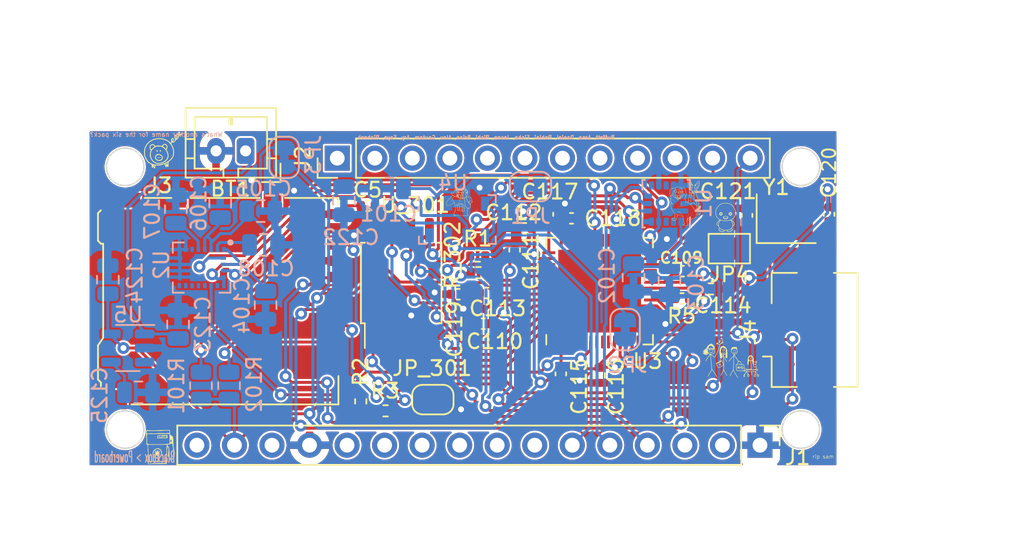
<source format=kicad_pcb>
(kicad_pcb (version 20211014) (generator pcbnew)
  (layers (0 "F.Cu" signal) (31 "B.Cu" signal) (34 "B.Paste" user) (35 "F.Paste" user) (36 "B.SilkS" user "B.Silkscreen") (37 "F.SilkS" user "F.Silkscreen") (38 "B.Mask" user) (39 "F.Mask" user) (44 "Edge.Cuts" user))
  (net 0 "")
  (net 1 "GND")
  (net 2 "Net-(C101-Pad2)")
  (net 3 "Net-(C102-Pad1)")
  (net 4 "Net-(C104-Pad1)")
  (net 5 "Net-(C107-Pad1)")
  (net 6 "Net-(C108-Pad1)")
  (net 7 "/D1")
  (net 8 "/D0")
  (net 9 "VBAT")
  (net 11 "VBUS")
  (net 12 "/A5")
  (net 13 "/A4")
  (net 14 "/A3")
  (net 15 "/A2")
  (net 16 "/A1")
  (net 17 "/A0")
  (net 19 "/~{RESET}")
  (net 21 "/EN")
  (net 23 "/D13")
  (net 24 "/D12")
  (net 25 "/D11")
  (net 26 "/D10")
  (net 27 "/D9")
  (net 28 "/D6")
  (net 29 "/D5")
  (net 30 "/I2C0_SCL")
  (net 31 "/I2C1_SDA")
  (net 32 "Net-(J3-Pad8)")
  (net 33 "Net-(J3-Pad1)")
  (net 34 "/SPI_SDCARD_CS")
  (net 35 "/SPI_SDCARD_MOSI")
  (net 36 "/SPI_SDCARD_SCK")
  (net 37 "/SPI_SDCARD_MISO")
  (net 38 "/SNS_SPI_SCK")
  (net 39 "/SNS_SPI_MOSI")
  (net 40 "/SNS_SPI_MISO")
  (net 41 "/H3LIS331DL_CS")
  (net 43 "/H3LIS331DL_INT1")
  (net 45 "/LSM9_CS_AG")
  (net 46 "/LSM9_CS_M")
  (net 47 "/LSM9_DRDY_M")
  (net 48 "/LSM9_INT_M")
  (net 49 "/LSM9_INT1_AG")
  (net 50 "/LSM9_INT2_AG")
  (net 52 "/MS5611_CS")
  (net 53 "Net-(R2-Pad2)")
  (net 54 "Net-(U3-Pad55)")
  (net 55 "Net-(U3-Pad54)")
  (net 56 "Net-(U3-Pad53)")
  (net 57 "Net-(U3-Pad52)")
  (net 58 "Net-(U3-Pad51)")
  (net 59 "+3V3")
  (net 60 "+1V1")
  (net 61 "Net-(C120-Pad1)")
  (net 62 "Net-(C121-Pad1)")
  (net 63 "Net-(JP4-Pad2)")
  (net 64 "Net-(JP_301-Pad2)")
  (net 65 "/USB_D-")
  (net 66 "Net-(R1-Pad2)")
  (net 67 "Net-(R5-Pad1)")
  (net 68 "/USB_D+")
  (net 69 "Net-(R_302-Pad2)")
  (net 71 "/SWCLK")
  (net 72 "/SWDIO")
  (net 90 "Net-(C125-Pad2)")
  (footprint "Resistor_SMD:R_0402_1005Metric" (layer "F.Cu") (at 158.91 113.46 -90)
    (fp_text reference "R2")
    (fp_text value "DNF")
  )
  (footprint "memes:gas" (layer "F.Cu") (at 145.238855 116.492288)
    (fp_text reference "G***" hide)
    (fp_text value "LOGO" hide)
  )
  (footprint "Capacitor_SMD:C_0402_1005Metric" (layer "F.Cu") (at 159.39 100.22 180)
    (fp_text reference "C5")
    (fp_text value "100n")
  )
  (footprint "Connector_PinHeader_2.54mm:PinHeader_1x12_P2.54mm_Vertical" (layer "F.Cu") (at 157.3226 97.0026 90)
    (fp_text reference "J2")
    (fp_text value "RP Header 12 pin")
  )
  (footprint "Capacitor_SMD:C_0402_1005Metric" (layer "F.Cu") (at 171.575 100.8 90)
    (fp_text reference "C117")
    (fp_text value "100n")
  )
  (footprint "Capacitor_SMD:C_0402_1005Metric" (layer "F.Cu") (at 167.45 106.125 180)
    (fp_text reference "C113")
    (fp_text value "100n")
  )
  (footprint "Capacitor_SMD:C_0402_1005Metric" (layer "F.Cu") (at 172.45 111.6 -90)
    (fp_text reference "C115")
    (fp_text value "100n")
  )
  (footprint "Jumper:SolderJumper-2_P1.3mm_Open_RoundedPad1.0x1.5mm" (layer "F.Cu") (at 163.79 113.34 180)
    (fp_text reference "JP_301")
    (fp_text value "Jumper")
  )
  (footprint "Connector_Card:microSD_HC_Hirose_DM3AT-SF-PEJM5" (layer "F.Cu") (at 149.515 106.67 -90)
    (fp_text reference "J3")
    (fp_text value "Micro_SD_Card")
  )
  (footprint "Capacitor_SMD:C_0402_1005Metric" (layer "F.Cu") (at 180.675 104.65)
    (fp_text reference "C109")
    (fp_text value "100n")
  )
  (footprint "Capacitor_SMD:C_0402_1005Metric" (layer "F.Cu") (at 180.65 106.5)
    (fp_text reference "R5")
    (fp_text value "1k")
  )
  (footprint "memes:griddy" (layer "F.Cu") (at 165.7 99.875)
    (fp_text reference "G***" hide)
    (fp_text value "LOGO" hide)
  )
  (footprint "Connector_USB:USB_Micro-B_Amphenol_10104110_Horizontal" (layer "F.Cu") (at 188.375 108.625 90)
    (fp_text reference "J4")
    (fp_text value "USB_B_Micro")
  )
  (footprint "memes:dogs" (layer "F.Cu") (at 180.849136 99.922558)
    (fp_text reference "G***" hide)
    (fp_text value "LOGO" hide)
  )
  (footprint "Capacitor_SMD:C_0402_1005Metric" (layer "F.Cu") (at 165.5 106.21 180)
    (fp_text reference "C119")
    (fp_text value "100n")
  )
  (footprint "Capacitor_SMD:C_0402_1005Metric" (layer "F.Cu") (at 190.6 100.8 -90)
    (fp_text reference "C120")
    (fp_text value "LOAD_C")
  )
  (footprint "Capacitor_SMD:C_0402_1005Metric" (layer "F.Cu") (at 167.2 108.204 180)
    (fp_text reference "C110")
    (fp_text value "100n")
  )
  (footprint "Resistor_SMD:R_0402_1005Metric" (layer "F.Cu") (at 182.6 105.85)
    (fp_text reference "C114")
    (fp_text value "100n")
  )
  (footprint "Resistor_SMD:R_0402_1005Metric" (layer "F.Cu") (at 175.05 111.7 -90)
    (fp_text reference "C116")
    (fp_text value "100n")
  )
  (footprint "Package_SO:SOIC-8_5.23x5.23mm_P1.27mm" (layer "F.Cu") (at 161.65 105.45 90)
    (fp_text reference "U_301")
    (fp_text value "W25Q128JVS")
  )
  (footprint "Capacitor_SMD:C_0402_1005Metric" (layer "F.Cu") (at 185.05 100.875 90)
    (fp_text reference "C121")
    (fp_text value "LOAD_C")
  )
  (footprint "memes:pig" (layer "F.Cu") (at 145.493846 96.433219)
    (fp_text reference "G***" hide)
    (fp_text value "LOGO" hide)
  )
  (footprint "Connector_JST:JST_PH_B2B-PH-K_1x02_P2.00mm_Vertical" (layer "F.Cu") (at 151.12 96.51 180)
    (fp_text reference "BT1")
    (fp_text value "LiPo")
  )
  (footprint "Crystal:Crystal_SMD_3225-4Pin_3.2x2.5mm" (layer "F.Cu") (at 187.7 101.1)
    (fp_text reference "Y1")
    (fp_text value "Crystal_GND24")
  )
  (footprint "Resistor_SMD:R_0402_1005Metric" (layer "F.Cu") (at 166.878 104.75)
    (fp_text reference "R_302")
    (fp_text value "27.4")
  )
  (footprint "memes:duck" (layer "F.Cu") (at 183.6 101.225)
    (fp_text reference "G***" hide)
    (fp_text value "LOGO" hide)
  )
  (footprint "Resistor_SMD:R_0402_1005Metric" (layer "F.Cu") (at 166.825 103.625)
    (fp_text reference "R1")
    (fp_text value "27.4")
  )
  (footprint "Resistor_SMD:R_0402_1005Metric" (layer "F.Cu") (at 160.59 114.1 180)
    (fp_text reference "R3")
    (fp_text value "R")
  )
  (footprint "Jumper:SolderJumper-2_P1.3mm_Open_Pad1.0x1.5mm" (layer "F.Cu") (at 183.85 103.125 180)
    (fp_text reference "JP4")
    (fp_text value "Jumper")
  )
  (footprint "Capacitor_SMD:C_0402_1005Metric" (layer "F.Cu") (at 169.325 103.225 90)
    (fp_text reference "C111")
    (fp_text value "1u")
  )
  (footprint "Package_DFN_QFN:QFN-56-1EP_7x7mm_P0.4mm_EP5.6x5.6mm" (layer "F.Cu") (at 175.075 106 90)
    (fp_text reference "U3")
    (fp_text value "RP2040_chip")
  )
  (footprint "Capacitor_SMD:C_0402_1005Metric" (layer "F.Cu") (at 170 101.75 180)
    (fp_text reference "C112")
    (fp_text value "1u")
  )
  (footprint "Capacitor_SMD:C_0402_1005Metric" (layer "F.Cu") (at 173.175 101.075 180)
    (fp_text reference "C118")
    (fp_text value "100n")
  )
  (footprint "Connector_PinHeader_2.54mm:PinHeader_1x16_P2.54mm_Vertical" (layer "F.Cu") (at 185.925 116.425 -90)
    (fp_text reference "J1")
    (fp_text value "RP Header 16 pin")
  )
  (footprint "memes:blackbox family" (layer "F.Cu") (at 184 110.45)
    (fp_text reference "G***" hide)
    (fp_text value "LOGO" hide)
  )
  (footprint "Capacitor_SMD:C_0805_2012Metric" (layer "B.Cu") (at 157.77 99.88 90)
    (fp_text reference "C122")
    (fp_text value "100 nF")
  )
  (footprint "Capacitor_SMD:C_0805_2012Metric" (layer "B.Cu") (at 141.8 105.225 90)
    (fp_text reference "C124")
    (fp_text value "1uF")
  )
  (footprint "Capacitor_SMD:C_0805_2012Metric" (layer "B.Cu") (at 146.4 100.45 90)
    (fp_text reference "C107")
    (fp_text value "10 nF")
  )
  (footprint "Capacitor_SMD:C_0805_2012Metric" (layer "B.Cu") (at 149.4 100.075 90)
    (fp_text reference "C106")
    (fp_text value "10 uF")
  )
  (footprint "Capacitor_SMD:C_0805_2012Metric" (layer "B.Cu") (at 179.8 105.3 -90)
    (fp_text reference "C103")
    (fp_text value "0.1uF")
  )
  (footprint "Capacitor_SMD:C_0805_2012Metric" (layer "B.Cu") (at 152.146 100.584)
    (fp_text reference "C105")
    (fp_text value "100 nF")
  )
  (footprint "Capacitor_SMD:C_0805_2012Metric" (layer "B.Cu") (at 143.875 112.85 180)
    (fp_text reference "C125")
    (fp_text value "10nF")
  )
  (footprint "Resistor_SMD:R_0805_2012Metric" (layer "B.Cu") (at 148.1 112.4 90)
    (fp_text reference "R101")
    (fp_text value "10k")
  )
  (footprint "Capacitor_SMD:C_0805_2012Metric" (layer "B.Cu") (at 152.475 106.95 -90)
    (fp_text reference "C104")
    (fp_text value "100 nF")
  )
  (footprint "Jumper:SolderJumper-2_P1.3mm_Bridged_RoundedPad1.0x1.5mm" (layer "B.Cu") (at 153.725 96.95 90)
    (fp_text reference "JP3")
    (fp_text value "Jumper_NC_Small")
  )
  (footprint "Jumper:SolderJumper-2_P1.3mm_Bridged_RoundedPad1.0x1.5mm" (layer "B.Cu") (at 170.4 98.925 180)
    (fp_text reference "JP1")
    (fp_text value "Jumper_NC_Small")
  )
  (footprint "Jumper:SolderJumper-2_P1.3mm_Bridged_RoundedPad1.0x1.5mm" (layer "B.Cu") (at 176.8 108.6 90)
    (fp_text reference "JP2")
    (fp_text value "Jumper_NC_Small")
  )
  (footprint "Package_LGA:LGA-16_3x3mm_P0.5mm_LayoutBorder3x5y" (layer "B.Cu") (at 179.578 100.076 90)
    (fp_text reference "U1")
    (fp_text value "H3LIS331DL")
  )
  (footprint "Capacitor_SMD:C_0805_2012Metric" (layer "B.Cu") (at 146.55 108.25 90)
    (fp_text reference "C123")
    (fp_text value "1uF")
  )
  (footprint "Capacitor_SMD:C_0805_2012Metric" (layer "B.Cu") (at 160.848 99.06)
    (fp_text reference "C101")
    (fp_text value "100nF")
  )
  (footprint "Capacitor_SMD:C_0805_2012Metric" (layer "B.Cu") (at 177.37 105.09 -90)
    (fp_text reference "C102")
    (fp_text value "10uF")
  )
  (footprint "Package_TO_SOT_SMD:SOT-23-5" (layer "B.Cu") (at 143.15 109.85 180)
    (fp_text reference "U5")
    (fp_text value "LD3985M33R_SOT23")
  )
  (footprint "Package_LGA:LGA-8_3x5mm_P1.25mm" (layer "B.Cu") (at 165.446 101.1515 -90)
    (fp_text reference "U4")
    (fp_text value "MS5611-01BA")
  )
  (footprint "Package_LGA:LGA-24L_3x3.5mm_P0.43mm" (layer "B.Cu") (at 148.1425 104.4075 180)
    (fp_text reference "U2")
    (fp_text value "LSM9DS1")
  )
  (footprint "Capacitor_SMD:C_0805_2012Metric" (layer "B.Cu") (at 152.334 102.87)
    (fp_text reference "C108")
    (fp_text value "100 nF")
  )
  (footprint "Resistor_SMD:R_0805_2012Metric" (layer "B.Cu") (at 150 112.4 90)
    (fp_text reference "R102")
    (fp_text value "10k")
  )
  (gr_circle (center 142.9716 97.5868) (end 144.2416 97.5868) (layer "Edge.Cuts") (width 0.1) (fill none))
  (gr_circle (center 188.6916 115.3668) (end 189.9616 115.3668) (layer "Edge.Cuts") (width 0.1) (fill none))
  (gr_rect (start 140.4316 95.0468) (end 191.2316 117.9068) (layer "Edge.Cuts") (width 0.00254) (fill none))
  (gr_circle (center 142.9716 115.3668) (end 144.2416 115.3668) (layer "Edge.Cuts") (width 0.1) (fill none))
  (gr_circle (center 188.6916 97.5868) (end 189.9616 97.5868) (layer "Edge.Cuts") (width 0.1) (fill none))
  (gr_text "Buffett, Arna, Daniel, Rohini, Eisha, Jason, Rishi, Brian, Alex, Gautam, Ary, Faye, Richeek" (at 167.4 95.6) (layer "B.SilkS") (effects (font (size 0.254 0.254) (thickness 0.0635)) (justify mirror)))
  (gr_text "What's another name for the six pack?" (at 145.075 95.4) (layer "B.SilkS") (effects (font (size 0.3 0.3) (thickness 0.05)) (justify mirror)))
  (gr_text "Blackbox > Powerboard" (at 143.6 117.225) (layer "B.SilkS") (effects (font (size 0.75 0.3) (thickness 0.075)) (justify mirror)))
  (gr_text "rip sam" (at 190.2 117.2) (layer "F.SilkS") (effects (font (size 0.25 0.25) (thickness 0.025))))
  (segment (start 157.815 100.22) (end 157.24 100.795) (width 0.2) (layer "F.Cu") (net 1))
  (segment (start 178.9453 107) (end 178.5125 107) (width 0.2) (layer "F.Cu") (net 1))
  (segment (start 172.33 101.075) (end 171.575 100.32) (width 0.2) (layer "F.Cu") (net 1))
  (segment (start 179.525 107.5797) (end 178.9453 107) (width 0.2) (layer "F.Cu") (net 1))
  (segment (start 172.695 101.075) (end 172.33 101.075) (width 0.2) (layer "F.Cu") (net 1))
  (segment (start 179.525 108.225) (end 179.525 107.5797) (width 0.2) (layer "F.Cu") (net 1))
  (segment (start 162.325 107.65) (end 163.555 108.88) (width 0.2) (layer "F.Cu") (net 1))
  (segment (start 176.075 107) (end 175.075 106) (width 0.2) (layer "F.Cu") (net 1))
  (segment (start 164.034355 106.21) (end 165.02 106.21) (width 0.2) (layer "F.Cu") (net 1))
  (segment (start 165.02 106.346) (end 165.862 107.188) (width 0.2) (layer "F.Cu") (net 1))
  (segment (start 178.5125 107) (end 176.075 107) (width 0.2) (layer "F.Cu") (net 1))
  (segment (start 158.91 100.22) (end 157.815 100.22) (width 0.2) (layer "F.Cu") (net 1))
  (segment (start 163.555 108.88) (end 163.555 109.05) (width 0.2) (layer "F.Cu") (net 1))
  (segment (start 165.02 106.21) (end 165.02 106.346) (width 0.2) (layer "F.Cu") (net 1))
  (segment (start 163.910943 106.086588) (end 164.034355 106.21) (width 0.2) (layer "F.Cu") (net 1))
  (via (at 163.910943 106.086588) (size 0.8) (drill 0.4) (layers "F.Cu" "B.Cu") (net 1))
  (via (at 166.95 99) (size 0.8) (drill 0.4) (layers "F.Cu" "B.Cu") (net 1))
  (via (at 158.45 102.225) (size 0.8) (drill 0.4) (layers "F.Cu" "B.Cu") (net 1))
  (via (at 165.7 114) (size 0.8) (drill 0.4) (layers "F.Cu" "B.Cu") (net 1))
  (via (at 173.725 112.05) (size 0.8) (drill 0.4) (layers "F.Cu" "B.Cu") (net 1))
  (via (at 172.725 100.075) (size 0.8) (drill 0.4) (layers "F.Cu" "B.Cu") (net 1))
  (via (at 179.625 102.475) (size 0.8) (drill 0.4) (layers "F.Cu" "B.Cu") (net 1))
  (via (at 162.325 107.65) (size 0.8) (drill 0.4) (layers "F.Cu" "B.Cu") (net 1))
  (via (at 151.5 98.5) (size 0.8) (drill 0.4) (layers "F.Cu" "B.Cu") (net 1))
  (via (at 154.4 99.2) (size 0.8) (drill 0.4) (layers "F.Cu" "B.Cu") (net 1))
  (via (at 165.862 107.188) (size 0.8) (drill 0.4) (layers "F.Cu" "B.Cu") (net 1))
  (via (at 179.525 108.225) (size 0.8) (drill 0.4) (layers "F.Cu" "B.Cu") (net 1))
  (segment (start 165.862 107.188) (end 166.878 106.172) (width 0.2) (layer "B.Cu") (net 1))
  (segment (start 163.571 100.0765) (end 164.08175 99.56575) (width 0.2) (layer "B.Cu") (net 2))
  (segment (start 163.576 99.06) (end 164.08175 99.56575) (width 0.2) (layer "B.Cu") (net 2))
  (segment (start 166.414259 98.175) (end 169 98.175) (width 0.2) (layer "B.Cu") (net 2))
  (segment (start 165.289748 99.299511) (end 166.414259 98.175) (width 0.2) (layer "B.Cu") (net 2))
  (segment (start 164.685721 99.27498) (end 164.710252 99.299511) (width 0.2) (layer "B.Cu") (net 2))
  (segment (start 164.37252 99.27498) (end 164.685721 99.27498) (width 0.2) (layer "B.Cu") (net 2))
  (segment (start 169 98.175) (end 169.75 98.925) (width 0.2) (layer "B.Cu") (net 2))
  (segment (start 164.710252 99.299511) (end 165.289748 99.299511) (width 0.2) (layer "B.Cu") (net 2))
  (segment (start 161.798 99.06) (end 163.576 99.06) (width 0.2) (layer "B.Cu") (net 2))
  (segment (start 164.08175 99.56575) (end 164.37252 99.27498) (width 0.2) (layer "B.Cu") (net 2))
  (segment (start 179.8 104.35) (end 179.8 103.5) (width 0.2) (layer "B.Cu") (net 3))
  (segment (start 176.8 107.5) (end 176.1 106.8) (width 0.2) (layer "B.Cu") (net 3))
  (segment (start 181.8 100.875) (end 181.8 100.15) (width 0.2) (layer "B.Cu") (net 3))
  (segment (start 181.726 100.076) (end 181.226 99.576) (width 0.2) (layer "B.Cu") (net 3))
  (segment (start 177.58 104.35) (end 179.8 104.35) (width 0.2) (layer "B.Cu") (net 3))
  (segment (start 181.226 99.576) (end 180.803 99.576) (width 0.2) (layer "B.Cu") (net 3))
  (segment (start 177.37 104.14) (end 177.58 104.35) (width 0.2) (layer "B.Cu") (net 3))
  (segment (start 180.578 102.097) (end 181.8 100.875) (width 0.2) (layer "B.Cu") (net 3))
  (segment (start 180.578 102.097) (end 180.578 101.301) (width 0.2) (layer "B.Cu") (net 3))
  (segment (start 181.8 100.15) (end 181.726 100.076) (width 0.2) (layer "B.Cu") (net 3))
  (segment (start 179.8 103.5) (end 180.578 102.722) (width 0.2) (layer "B.Cu") (net 3))
  (segment (start 181.726 100.076) (end 180.803 100.076) (width 0.2) (layer "B.Cu") (net 3))
  (segment (start 176.8 107.95) (end 176.8 107.5) (width 0.2) (layer "B.Cu") (net 3))
  (segment (start 180.578 102.722) (end 180.578 102.097) (width 0.2) (layer "B.Cu") (net 3))
  (segment (start 176.1 105.4) (end 177.36 104.14) (width 0.2) (layer "B.Cu") (net 3))
  (segment (start 176.1 106.8) (end 176.1 105.4) (width 0.2) (layer "B.Cu") (net 3))
  (segment (start 151.196 100.584) (end 151.196 101.026) (width 0.2) (layer "B.Cu") (net 4))
  (segment (start 148.3575 103.1925) (end 148.3575 102.4325) (width 0.2) (layer "B.Cu") (net 4))
  (segment (start 152.625 96.3) (end 152.125 96.8) (width 0.2) (layer "B.Cu") (net 4))
  (segment (start 148.7875 102.733478) (end 148.7875 103.1825) (width 0.2) (layer "B.Cu") (net 4))
  (segment (start 152.129511 99.650489) (end 151.196 100.584) (width 0.2) (layer "B.Cu") (net 4))
  (segment (start 152.125 96.8) (end 152.125 98.234736) (width 0.2) (layer "B.Cu") (net 4))
  (segment (start 148.3575 102.4325) (end 148.515 102.275) (width 0.2) (layer "B.Cu") (net 4))
  (segment (start 148.515 102.275) (end 149.4 101.39) (width 0.2) (layer "B.Cu") (net 4))
  (segment (start 152.475 105.797138) (end 152.475 106) (width 0.2) (layer "B.Cu") (net 4))
  (segment (start 152.125 98.234736) (end 152.129511 98.239247) (width 0.2) (layer "B.Cu") (net 4))
  (segment (start 148.7875 102.5475) (end 148.7875 102.733478) (width 0.2) (layer "B.Cu") (net 4))
  (segment (start 151.196 101.026) (end 150.114 102.108) (width 0.2) (layer "B.Cu") (net 4))
  (segment (start 152.475 106) (end 152.41 105.935) (width 0.2) (layer "B.Cu") (net 4))
  (segment (start 152.41 105.935) (end 152.41 101.798) (width 0.2) (layer "B.Cu") (net 4))
  (segment (start 149.412978 102.108) (end 148.7875 102.733478) (width 0.2) (layer "B.Cu") (net 4))
  (segment (start 150.878931 104.201069) (end 152.475 105.797138) (width 0.2) (layer "B.Cu") (net 4))
  (segment (start 152.129511 98.239247) (end 152.129511 99.650489) (width 0.2) (layer "B.Cu") (net 4))
  (segment (start 149.870362 103.1925) (end 150.878931 104.201069) (width 0.2) (layer "B.Cu") (net 4))
  (segment (start 150.870362 104.1925) (end 150.878931 104.201069) (width 0.2) (layer "B.Cu") (net 4))
  (segment (start 149.6475 103.1925) (end 149.870362 103.1925) (width 0.2) (layer "B.Cu") (net 4))
  (segment (start 148.515 102.275) (end 148.7875 102.5475) (width 0.2) (layer "B.Cu") (net 4))
  (segment (start 152.41 101.798) (end 151.196 100.584) (width 0.2) (layer "B.Cu") (net 4))
  (segment (start 149.4 101.39) (end 149.4 101.025) (width 0.2) (layer "B.Cu") (net 4))
  (segment (start 153.725 96.3) (end 152.625 96.3) (width 0.2) (layer "B.Cu") (net 4))
  (segment (start 149.6175 104.1925) (end 150.870362 104.1925) (width 0.2) (layer "B.Cu") (net 4))
  (segment (start 150.114 102.108) (end 149.412978 102.108) (width 0.2) (layer "B.Cu") (net 4))
  (segment (start 146.7 101.4) (end 146.4 101.4) (width 0.2) (layer "B.Cu") (net 5))
  (segment (start 147.9275 103.1925) (end 147.912011 103.177011) (width 0.2) (layer "B.Cu") (net 5))
  (segment (start 147.912011 103.177011) (end 147.912011 102.612011) (width 0.2) (layer "B.Cu") (net 5))
  (segment (start 147.912011 102.612011) (end 146.7 101.4) (width 0.2) (layer "B.Cu") (net 5))
  (segment (start 151.384 102.87) (end 151.221989 102.707989) (width 0.2) (layer "B.Cu") (net 6))
  (segment (start 149.2175 102.885489) (end 149.2175 103.1825) (width 0.2) (layer "B.Cu") (net 6))
  (segment (start 151.221989 102.707989) (end 149.395 102.707989) (width 0.2) (layer "B.Cu") (net 6))
  (segment (start 149.395 102.707989) (end 149.2175 102.885489) (width 0.2) (layer "B.Cu") (net 6))
  (segment (start 144.2875 108.9) (end 146.25 108.9) (width 0.2) (layer "B.Cu") (net 9))
  (segment (start 145.5 98) (end 143.15 100.35) (width 0.2) (layer "B.Cu") (net 9))
  (segment (start 146.25 108.9) (end 146.55 109.2) (width 0.2) (layer "B.Cu") (net 9))
  (segment (start 150.85 98) (end 145.5 98) (width 0.2) (layer "B.Cu") (net 9))
  (segment (start 151.6 97.25) (end 150.85 98) (width 0.2) (layer "B.Cu") (net 9))
  (segment (start 143.15 107.05) (end 144.2875 108.9) (width 0.2) (layer "B.Cu") (net 9))
  (segment (start 143.15 100.35) (end 143.15 107.05) (width 0.2) (layer "B.Cu") (net 9))
  (segment (start 182.75 97.03) (end 182.75 100.4) (width 0.2) (layer "F.Cu") (net 30))
  (segment (start 182.7226 97.0026) (end 182.75 97.03) (width 0.2) (layer "F.Cu") (net 30))
  (segment (start 182.75 100.4) (end 179.35 103.8) (width 0.2) (layer "F.Cu") (net 30))
  (segment (start 179.35 103.8) (end 178.5 103.8) (width 0.2) (layer "F.Cu") (net 30))
  (segment (start 184.4245 108.825) (end 181.695581 108.825) (width 0.2) (layer "F.Cu") (net 31))
  (segment (start 184.425 108.8245) (end 184.4245 108.825) (width 0.2) (layer "F.Cu") (net 31))
  (segment (start 181.230568 108.959039) (end 178.859039 108.959039) (width 0.2) (layer "F.Cu") (net 31))
  (segment (start 178.859039 108.959039) (end 178.5 108.6) (width 0.2) (layer "F.Cu") (net 31))
  (segment (start 181.695581 108.825) (end 181.561541 108.95904) (width 0.2) (layer "F.Cu") (net 31))
  (segment (start 181.561541 108.95904) (end 181.230568 108.959039) (width 0.2) (layer "F.Cu") (net 31))
  (via (at 184.425 108.8245) (size 0.8) (drill 0.4) (layers "F.Cu" "B.Cu") (net 31))
  (segment (start 184.425 108.8245) (end 184.425 97.8402) (width 0.2) (layer "B.Cu") (net 31))
  (segment (start 184.425 97.8402) (end 185.2626 97.0026) (width 0.2) (layer "B.Cu") (net 31))
  (segment (start 148.1 109.5) (end 148.1 110) (width 0.2) (layer "F.Cu") (net 32))
  (segment (start 155.855 101.745) (end 148.1 109.5) (width 0.2) (layer "F.Cu") (net 32))
  (segment (start 157.24 101.745) (end 155.855 101.745) (width 0.2) (layer "F.Cu") (net 32))
  (via (at 148.1 110) (size 0.8) (drill 0.4) (layers "F.Cu" "B.Cu") (net 32))
  (segment (start 148.1 110) (end 148.1 111.4875) (width 0.2) (layer "B.Cu") (net 32))
  (segment (start 149.7 110.2) (end 149.7 110.1) (width 0.2) (layer "F.Cu") (net 33))
  (segment (start 150.355 109.445) (end 157.24 109.445) (width 0.2) (layer "F.Cu") (net 33))
  (segment (start 149.7 110.1) (end 150.355 109.445) (width 0.2) (layer "F.Cu") (net 33))
  (via (at 149.7 110.2) (size 0.8) (drill 0.4) (layers "F.Cu" "B.Cu") (net 33))
  (segment (start 150 111.4875) (end 150 110.5) (width 0.2) (layer "B.Cu") (net 33))
  (segment (start 150 110.5) (end 149.7 110.2) (width 0.2) (layer "B.Cu") (net 33))
  (segment (start 176.772111 113.277889) (end 177.4 112.65) (width 0.2) (layer "F.Cu") (net 34))
  (segment (start 159.970324 113.168559) (end 160.061445 113.077438) (width 0.2) (layer "F.Cu") (net 34))
  (segment (start 161.18673 113.077438) (end 161.98577 112.278398) (width 0.2) (layer "F.Cu") (net 34))
  (segment (start 177.4 112.65) (end 177.4 110.671801) (width 0.2) (layer "F.Cu") (net 34))
  (segment (start 177.4 110.671801) (end 176.8625 110.134301) (width 0.2) (layer "F.Cu") (net 34))
  (segment (start 168.189748 112.278398) (end 169.189239 113.277889) (width 0.2) (layer "F.Cu") (net 34))
  (segment (start 158.325379 108.633544) (end 158.036835 108.345) (width 0.2) (layer "F.Cu") (net 34))
  (segment (start 158.036835 108.345) (end 157.24 108.345) (width 0.2) (layer "F.Cu") (net 34))
  (segment (start 161.98577 112.278398) (end 168.189748 112.278398) (width 0.2) (layer "F.Cu") (net 34))
  (segment (start 169.189239 113.277889) (end 176.772111 113.277889) (width 0.2) (layer "F.Cu") (net 34))
  (segment (start 176.8625 110.134301) (end 176.8625 109.4375) (width 0.2) (layer "F.Cu") (net 34))
  (segment (start 160.061445 113.077438) (end 161.18673 113.077438) (width 0.2) (layer "F.Cu") (net 34))
  (via (at 159.970324 113.168559) (size 0.8) (drill 0.4) (layers "F.Cu" "B.Cu") (net 34))
  (via (at 158.325379 108.633544) (size 0.8) (drill 0.4) (layers "F.Cu" "B.Cu") (net 34))
  (segment (start 158.325379 111.523614) (end 159.970324 113.168559) (width 0.2) (layer "B.Cu") (net 34))
  (segment (start 158.325379 108.633544) (end 158.325379 111.523614) (width 0.2) (layer "B.Cu") (net 34))
  (segment (start 180.276759 109.4375) (end 177.6625 109.4375) (width 0.2) (layer "F.Cu") (net 35))
  (segment (start 155.155 107.245) (end 157.24 107.245) (width 0.2) (layer "F.Cu") (net 35))
  (segment (start 181.356 110.516741) (end 180.276759 109.4375) (width 0.2) (layer "F.Cu") (net 35))
  (segment (start 155.025122 115.275489) (end 180.294014 115.275489) (width 0.2) (layer "F.Cu") (net 35))
  (segment (start 181.356 110.744) (end 181.356 110.516741) (width 0.2) (layer "F.Cu") (net 35))
  (segment (start 180.294014 115.275489) (end 180.594 114.975503) (width 0.2) (layer "F.Cu") (net 35))
  (segment (start 154.851988 115.102355) (end 155.025122 115.275489) (width 0.2) (layer "F.Cu") (net 35))
  (segment (start 154.875 107.525) (end 155.155 107.245) (width 0.2) (layer "F.Cu") (net 35))
  (via (at 154.875 107.525) (size 0.8) (drill 0.4) (layers "F.Cu" "B.Cu") (net 35))
  (via (at 180.594 114.975503) (size 0.8) (drill 0.4) (layers "F.Cu" "B.Cu") (net 35))
  (via (at 181.356 110.744) (size 0.8) (drill 0.4) (layers "F.Cu" "B.Cu") (net 35))
  (via (at 154.851988 115.102355) (size 0.8) (drill 0.4) (layers "F.Cu" "B.Cu") (net 35))
  (segment (start 181.356 110.744) (end 180.848 111.252) (width 0.2) (layer "B.Cu") (net 35))
  (segment (start 154.525 114.775367) (end 154.525 107.875) (width 0.2) (layer "B.Cu") (net 35))
  (segment (start 180.848 114.721503) (end 180.594 114.975503) (width 0.2) (layer "B.Cu") (net 35))
  (segment (start 154.851988 115.102355) (end 154.525 114.775367) (width 0.2) (layer "B.Cu") (net 35))
  (segment (start 180.848 111.252) (end 180.848 114.721503) (width 0.2) (layer "B.Cu") (net 35))
  (segment (start 154.525 107.875) (end 154.875 107.525) (width 0.2) (layer "B.Cu") (net 35))
  (segment (start 157.185489 105.099511) (end 157.24 105.045) (width 0.2) (layer "F.Cu") (net 36))
  (segment (start 156.973889 114.875969) (end 156.673909 114.575989) (width 0.2) (layer "F.Cu") (net 36))
  (segment (start 155.4 105.6) (end 155.900489 105.099511) (width 0.2) (layer "F.Cu") (net 36))
  (segment (start 177.2625 109.969295) (end 177.2625 109.4375) (width 0.2) (layer "F.Cu") (net 36))
  (segment (start 179.720125 114.442125) (end 179.286281 114.875969) (width 0.2) (layer "F.Cu") (net 36))
  (segment (start 155.900489 105.099511) (end 157.185489 105.099511) (width 0.2) (layer "F.Cu") (net 36))
  (segment (start 179.286281 114.875969) (end 156.973889 114.875969) (width 0.2) (layer "F.Cu") (net 36))
  (segment (start 154.2405 112.175) (end 156.625 112.175) (width 0.2) (layer "F.Cu") (net 36))
  (segment (start 155.05 105.6) (end 155.4 105.6) (width 0.2) (layer "F.Cu") (net 36))
  (segment (start 153.8255 111.76) (end 154.2405 112.175) (width 0.2) (layer "F.Cu") (net 36))
  (segment (start 177.507382 110.214177) (end 177.2625 109.969295) (width 0.2) (layer "F.Cu") (net 36))
  (segment (start 180.064177 110.214177) (end 177.507382 110.214177) (width 0.2) (layer "F.Cu") (net 36))
  (segment (start 155 105.55) (end 155.05 105.6) (width 0.2) (layer "F.Cu") (net 36))
  (segment (start 180.086 110.236) (end 180.064177 110.214177) (width 0.2) (layer "F.Cu") (net 36))
  (via (at 180.086 110.236) (size 0.8) (drill 0.4) (layers "F.Cu" "B.Cu") (net 36))
  (via (at 155 105.55) (size 0.8) (drill 0.4) (layers "F.Cu" "B.Cu") (net 36))
  (via (at 156.673909 114.575989) (size 0.8) (drill 0.4) (layers "F.Cu" "B.Cu") (net 36))
  (via (at 153.8255 111.76) (size 0.8) (drill 0.4) (layers "F.Cu" "B.Cu") (net 36))
  (via (at 156.625 112.175) (size 0.8) (drill 0.4) (layers "F.Cu" "B.Cu") (net 36))
  (via (at 179.720125 114.442125) (size 0.8) (drill 0.4) (layers "F.Cu" "B.Cu") (net 36))
  (segment (start 153.8255 106.7245) (end 153.8255 111.76) (width 0.2) (layer "B.Cu") (net 36))
  (segment (start 180.086 114.07625) (end 180.086 110.236) (width 0.2) (layer "B.Cu") (net 36))
  (segment (start 156.673909 112.223909) (end 156.625 112.175) (width 0.2) (layer "B.Cu") (net 36))
  (segment (start 179.720125 114.442125) (end 180.086 114.07625) (width 0.2) (layer "B.Cu") (net 36))
  (segment (start 156.673909 114.575989) (end 156.673909 112.223909) (width 0.2) (layer "B.Cu") (net 36))
  (segment (start 155 105.55) (end 153.8255 106.7245) (width 0.2) (layer "B.Cu") (net 36))
  (segment (start 176.8 110.747826) (end 176.4625 110.410326) (width 0.2) (layer "F.Cu") (net 37))
  (segment (start 158.045 102.845) (end 157.24 102.845) (width 0.2) (layer "F.Cu") (net 37))
  (segment (start 160.110005 112.178864) (end 161.32123 112.178864) (width 0.2) (layer "F.Cu") (net 37))
  (segment (start 161.32123 112.178864) (end 161.621217 111.878877) (width 0.2) (layer "F.Cu") (net 37))
  (segment (start 176.8 112.15) (end 176.8 110.747826) (width 0.2) (layer "F.Cu") (net 37))
  (segment (start 168.528877 111.878877) (end 169.528369 112.878369) (width 0.2) (layer "F.Cu") (net 37))
  (segment (start 176.4625 110.410326) (end 176.4625 109.4375) (width 0.2) (layer "F.Cu") (net 37))
  (segment (start 161.621217 111.878877) (end 168.528877 111.878877) (width 0.2) (layer "F.Cu") (net 37))
  (segment (start 158.425 103.225) (end 158.045 102.845) (width 0.2) (layer "F.Cu") (net 37))
  (segment (start 176.071631 112.878369) (end 176.8 112.15) (width 0.2) (layer "F.Cu") (net 37))
  (segment (start 169.528369 112.878369) (end 176.071631 112.878369) (width 0.2) (layer "F.Cu") (net 37))
  (via (at 158.425 103.225) (size 0.8) (drill 0.4) (layers "F.Cu" "B.Cu") (net 37))
  (via (at 160.110005 112.178864) (size 0.8) (drill 0.4) (layers "F.Cu" "B.Cu") (net 37))
  (segment (start 158.6 103.4) (end 158.425 103.225) (width 0.2) (layer "B.Cu") (net 37))
  (segment (start 158.6 108.017917) (end 158.6 103.4) (width 0.2) (layer "B.Cu") (net 37))
  (segment (start 158.963423 108.38134) (end 158.6 108.017917) (width 0.2) (layer "B.Cu") (net 37))
  (segment (start 158.963423 111.032282) (end 158.963423 108.38134) (width 0.2) (layer "B.Cu") (net 37))
  (segment (start 160.110005 112.178864) (end 158.963423 111.032282) (width 0.2) (layer "B.Cu") (net 37))
  (segment (start 164.163488 103.111512) (end 164.163488 99.436512) (width 0.2) (layer "F.Cu") (net 38))
  (segment (start 164.163488 99.436512) (end 165.328 98.272) (width 0.2) (layer "F.Cu") (net 38))
  (segment (start 147.998196 104.343711) (end 148.741907 103.6) (width 0.2) (layer "F.Cu") (net 38))
  (segment (start 161.985984 98.80048) (end 161.991504 98.806) (width 0.2) (layer "F.Cu") (net 38))
  (segment (start 161.991504 98.806) (end 164.794 98.806) (width 0.2) (layer "F.Cu") (net 38))
  (segment (start 178.5 102.275) (end 178.5 103.4) (width 0.2) (layer "F.Cu") (net 38))
  (segment (start 164.794 98.806) (end 165.328 98.272) (width 0.2) (layer "F.Cu") (net 38))
  (segment (start 155.834514 98.80048) (end 161.985984 98.80048) (width 0.2) (layer "F.Cu") (net 38))
  (segment (start 151.034994 103.6) (end 155.834514 98.80048) (width 0.2) (layer "F.Cu") (net 38))
  (segment (start 163.775 103.5) (end 164.163488 103.111512) (width 0.2) (layer "F.Cu") (net 38))
  (segment (start 148.741907 103.6) (end 151.034994 103.6) (width 0.2) (layer "F.Cu") (net 38))
  (segment (start 177.427111 98.152111) (end 165.447889 98.152111) (width 0.2) (layer "F.Cu") (net 38))
  (segment (start 165.447889 98.152111) (end 165.328 98.272) (width 0.2) (layer "F.Cu") (net 38))
  (segment (start 179.275 100) (end 177.427111 98.152111) (width 0.2) (layer "F.Cu") (net 38))
  (via (at 163.775 103.5) (size 0.8) (drill 0.4) (layers "F.Cu" "B.Cu") (net 38))
  (via (at 147.998196 104.343711) (size 0.8) (drill 0.4) (layers "F.Cu" "B.Cu") (net 38))
  (via (at 179.275 100) (size 0.8) (drill 0.4) (layers "F.Cu" "B.Cu") (net 38))
  (via (at 178.5 102.275) (size 0.8) (drill 0.4) (layers "F.Cu" "B.Cu") (net 38))
  (segment (start 163.775 103.5) (end 164.081334 103.806334) (width 0.2) (layer "B.Cu") (net 38))
  (segment (start 174.499511 115.150489) (end 173.225 116.425) (width 0.2) (layer "B.Cu") (net 38))
  (segment (start 168.295031 103.154969) (end 168.649011 102.800989) (width 0.2) (layer "B.Cu") (net 38))
  (segment (start 163.775 103.5) (end 163.571 103.296) (width 0.2) (layer "B.Cu") (net 38))
  (segment (start 174.499511 106.360752) (end 174.499511 115.150489) (width 0.2) (layer "B.Cu") (net 38))
  (segment (start 164.996093 103.806334) (end 165.439268 104.249509) (width 0.2) (layer "B.Cu") (net 38))
  (segment (start 168.649011 102.800989) (end 170.939748 102.800989) (width 0.2) (layer "B.Cu") (net 38))
  (segment (start 165.987341 104.249509) (end 166.385832 104.648) (width 0.2) (layer "B.Cu") (net 38))
  (segment (start 178.5 102.275) (end 179.078 101.697) (width 0.2) (layer "B.Cu") (net 38))
  (segment (start 168.295031 103.166497) (end 168.295031 103.154969) (width 0.2) (layer "B.Cu") (net 38))
  (segment (start 164.081334 103.806334) (end 164.996093 103.806334) (width 0.2) (layer "B.Cu") (net 38))
  (segment (start 166.47848 103.52352) (end 167.938009 103.523519) (width 0.2) (layer "B.Cu") (net 38))
  (segment (start 167.938009 103.523519) (end 168.295031 103.166497) (width 0.2) (layer "B.Cu") (net 38))
  (segment (start 165.439268 104.249509) (end 165.987341 104.249509) (width 0.2) (layer "B.Cu") (net 38))
  (segment (start 163.571 103.296) (end 163.571 102.2265) (width 0.2) (layer "B.Cu") (net 38))
  (segment (start 179.078 100.197) (end 179.078 101.301) (width 0.2) (layer "B.Cu") (net 38))
  (segment (start 149.6175 103.7625) (end 148.579407 103.7625) (width 0.2) (layer "B.Cu") (net 38))
  (segment (start 170.939748 102.800989) (end 174.499511 106.360752) (width 0.2) (layer "B.Cu") (net 38))
  (segment (start 166.385832 103.616168) (end 166.47848 103.52352) (width 0.2) (layer "B.Cu") (net 38))
  (segment (start 148.579407 103.7625) (end 147.998196 104.343711) (width 0.2) (layer "B.Cu") (net 38))
  (segment (start 166.385832 104.648) (end 166.385832 103.616168) (width 0.2) (layer "B.Cu") (net 38))
  (segment (start 179.078 101.697) (end 179.078 101.301) (width 0.2) (layer "B.Cu") (net 38))
  (segment (start 179.275 100) (end 179.078 100.197) (width 0.2) (layer "B.Cu") (net 38))
  (segment (start 167.273491 101.851509) (end 169.774329 99.350671) (width 0.2) (layer "F.Cu") (net 39))
  (segment (start 160.90648 99.59952) (end 160.580492 99.59952) (width 0.2) (layer "F.Cu") (net 39))
  (segment (start 176.8625 102.030705) (end 176.8625 102.5625) (width 0.2) (layer "F.Cu") (net 39))
  (segment (start 174.235635 99.950641) (end 176.421665 99.950642) (width 0.2) (layer "F.Cu") (net 39))
  (segment (start 165.317565 103.062751) (end 166.528807 101.851509) (width 0.2) (layer "F.Cu") (net 39))
  (segment (start 160.580492 99.59952) (end 160.574972 99.60504) (width 0.2) (layer "F.Cu") (net 39))
  (segment (start 169.774329 99.350671) (end 173.635665 99.350671) (width 0.2) (layer "F.Cu") (net 39))
  (segment (start 177.055023 100.584) (end 176.917311 100.721712) (width 0.2) (layer "F.Cu") (net 39))
  (segment (start 166.528807 101.851509) (end 167.273491 101.851509) (width 0.2) (layer "F.Cu") (net 39))
  (segment (start 176.917311 101.975894) (end 176.8625 102.030705) (width 0.2) (layer "F.Cu") (net 39))
  (segment (start 176.917311 100.721712) (end 176.917311 101.975894) (width 0.2) (layer "F.Cu") (net 39))
  (segment (start 176.421665 99.950642) (end 177.055023 100.584) (width 0.2) (layer "F.Cu") (net 39))
  (segment (start 151.008 104.892) (end 150.390271 104.892) (width 0.2) (layer "F.Cu") (net 39))
  (segment (start 156.29496 99.60504) (end 151.008 104.892) (width 0.2) (layer "F.Cu") (net 39))
  (segment (start 161.63696 100.33) (end 160.90648 99.59952) (width 0.2) (layer "F.Cu") (net 39))
  (segment (start 160.574972 99.60504) (end 156.29496 99.60504) (width 0.2) (layer "F.Cu") (net 39))
  (segment (start 173.635665 99.350671) (end 174.235635 99.950641) (width 0.2) (layer "F.Cu") (net 39))
  (via (at 165.317565 103.062751) (size 0.8) (drill 0.4) (layers "F.Cu" "B.Cu") (net 39))
  (via (at 177.055023 100.584) (size 0.8) (drill 0.4) (layers "F.Cu" "B.Cu") (net 39))
  (via (at 161.63696 100.33) (size 0.8) (drill 0.4) (layers "F.Cu" "B.Cu") (net 39))
  (via (at 150.390271 104.892) (size 0.8) (drill 0.4) (layers "F.Cu" "B.Cu") (net 39))
  (segment (start 150.092011 104.637989) (end 150.076522 104.6225) (width 0.2) (layer "B.Cu") (net 39))
  (segment (start 164.821 102.566186) (end 164.821 102.2265) (width 0.2) (layer "B.Cu") (net 39))
  (segment (start 162.3515 101.3915) (end 164.444 101.3915) (width 0.2) (layer "B.Cu") (net 39))
  (segment (start 177.055023 100.584) (end 177.063023 100.576) (width 0.2) (layer "B.Cu") (net 39))
  (segment (start 165.378814 103.124) (end 167.772522 103.124) (width 0.2) (layer "B.Cu") (net 39))
  (segment (start 164.444 101.3915) (end 164.821 101.7685) (width 0.2) (layer "B.Cu") (net 39))
  (segment (start 174.899031 115.559031) (end 175.765 116.425) (width 0.2) (layer "B.Cu") (net 39))
  (segment (start 162.3515 101.3915) (end 161.63696 100.67696) (width 0.2) (layer "B.Cu") (net 39))
  (segment (start 168.684994 102.2) (end 171.7 102.2) (width 0.2) (layer "B.Cu") (net 39))
  (segment (start 174.899031 105.399031) (end 174.899031 115.559031) (width 0.2) (layer "B.Cu") (net 39))
  (segment (start 167.895511 103.001011) (end 167.895512 102.989482) (width 0.2) (layer "B.Cu") (net 39))
  (segment (start 165.317565 103.062751) (end 165.378814 103.124) (width 0.2) (layer "B.Cu") (net 39))
  (segment (start 161.63696 100.67696) (end 161.63696 100.33) (width 0.2) (layer "B.Cu") (net 39))
  (segment (start 165.317565 103.062751) (end 164.821 102.566186) (width 0.2) (layer "B.Cu") (net 39))
  (segment (start 150.076522 104.6225) (end 149.6175 104.6225) (width 0.2) (layer "B.Cu") (net 39))
  (segment (start 171.7 102.2) (end 174.899031 105.399031) (width 0.2) (layer "B.Cu") (net 39))
  (segment (start 150.13626 104.637989) (end 150.092011 104.637989) (width 0.2) (layer "B.Cu") (net 39))
  (segment (start 177.063023 100.576) (end 178.353 100.576) (width 0.2) (layer "B.Cu") (net 39))
  (segment (start 164.821 101.7685) (end 164.821 102.2265) (width 0.2) (layer "B.Cu") (net 39))
  (segment (start 167.895512 102.989482) (end 168.684994 102.2) (width 0.2) (layer "B.Cu") (net 39))
  (segment (start 167.772522 103.124) (end 167.895511 103.001011) (width 0.2) (layer "B.Cu") (net 39))
  (segment (start 150.390271 104.892) (end 150.13626 104.637989) (width 0.2) (layer "B.Cu") (net 39))
  (segment (start 166.75 101.151998) (end 167.50699 101.151998) (width 0.2) (layer "F.Cu") (net 40))
  (segment (start 177.8 100.000055) (end 177.8 101.6) (width 0.2) (layer "F.Cu") (net 40))
  (segment (start 177.6625 101.7375) (end 177.6625 102.5625) (width 0.2) (layer "F.Cu") (net 40))
  (segment (start 173.801151 98.951151) (end 174.401122 99.551122) (width 0.2) (layer "F.Cu") (net 40))
  (segment (start 151.007511 104.192489) (end 149.520743 104.192489) (width 0.2) (layer "F.Cu") (net 40))
  (segment (start 160.409486 99.20552) (end 155.99448 99.20552) (width 0.2) (layer "F.Cu") (net 40))
  (segment (start 176.971041 99.678723) (end 177.478668 99.678723) (width 0.2) (layer "F.Cu") (net 40))
  (segment (start 169.707837 98.951151) (end 173.801151 98.951151) (width 0.2) (layer "F.Cu") (net 40))
  (segment (start 155.99448 99.20552) (end 151.007511 104.192489) (width 0.2) (layer "F.Cu") (net 40))
  (segment (start 177.8 101.6) (end 177.6625 101.7375) (width 0.2) (layer "F.Cu") (net 40))
  (segment (start 176.84344 99.551122) (end 176.971041 99.678723) (width 0.2) (layer "F.Cu") (net 40))
  (segment (start 161.820498 99.2) (end 160.415006 99.2) (width 0.2) (layer "F.Cu") (net 40))
  (segment (start 176.292878 99.551122) (end 176.84344 99.551122) (width 0.2) (layer "F.Cu") (net 40))
  (segment (start 176.259122 99.551122) (end 176.292878 99.551122) (width 0.2) (layer "F.Cu") (net 40))
  (segment (start 162.696498 100.076) (end 161.820498 99.2) (width 0.2) (layer "F.Cu") (net 40))
  (segment (start 174.401122 99.551122) (end 176.292878 99.551122) (width 0.2) (layer "F.Cu") (net 40))
  (segment (start 160.415006 99.2) (end 160.409486 99.20552) (width 0.2) (layer "F.Cu") (net 40))
  (segment (start 149.520743 104.192489) (end 148.855234 104.857998) (width 0.2) (layer "F.Cu") (net 40))
  (segment (start 175.768 99.06) (end 176.259122 99.551122) (width 0.2) (layer "F.Cu") (net 40))
  (segment (start 177.478668 99.678723) (end 177.8 100.000055) (width 0.2) (layer "F.Cu") (net 40))
  (segment (start 167.50699 101.151998) (end 169.707837 98.951151) (width 0.2) (layer "F.Cu") (net 40))
  (via (at 148.855234 104.857998) (size 0.8) (drill 0.4) (layers "F.Cu" "B.Cu") (net 40))
  (via (at 175.768 99.06) (size 0.8) (drill 0.4) (layers "F.Cu" "B.Cu") (net 40))
  (via (at 162.696498 100.076) (size 0.8) (drill 0.4) (layers "F.Cu" "B.Cu") (net 40))
  (via (at 166.75 101.151998) (size 0.8) (drill 0.4) (layers "F.Cu" "B.Cu") (net 40))
  (via (at 177.478668 99.678723) (size 0.8) (drill 0.4) (layers "F.Cu" "B.Cu") (net 40))
  (segment (start 162.996489 100.375991) (end 162.996489 100.851011) (width 0.2) (layer "B.Cu") (net 40))
  (segment (start 178.030672 100.076) (end 178.353 100.076) (width 0.2) (layer "B.Cu") (net 40))
  (segment (start 162.996489 100.851011) (end 163.028978 100.8835) (width 0.2) (layer "B.Cu") (net 40))
  (segment (start 175.400989 113.520989) (end 175.400989 108.350989) (width 0.2) (layer "B.Cu") (net 40))
  (segment (start 166.75 101.151998) (end 166.75 101.5475) (width 0.2) (layer "B.Cu") (net 40))
  (segment (start 175.400989 108.350989) (end 175.514 108.237978) (width 0.2) (layer "B.Cu") (net 40))
  (segment (start 163.028978 100.8835) (end 165.46 100.8835) (width 0.2) (layer "B.Cu") (net 40))
  (segment (start 177.633395 99.678723) (end 178.030672 100.076) (width 0.2) (layer "B.Cu") (net 40))
  (segment (start 177.478668 99.678723) (end 177.633395 99.678723) (width 0.2) (layer "B.Cu") (net 40))
  (segment (start 149.6475 105.0825) (end 149.6475 105.6325) (width 0.2) (layer "B.Cu") (net 40))
  (segment (start 149.155225 105.157989) (end 149.632011 105.157989) (width 0.2) (layer "B.Cu") (net 40))
  (segment (start 149.6475 105.173478) (end 149.6475 105.6325) (width 0.2) (layer "B.Cu") (net 40))
  (segment (start 175.514 108.237978) (end 175.514 99.314) (width 0.2) (layer "B.Cu") (net 40))
  (segment (start 166.75 101.5475) (end 166.071 102.2265) (width 0.2) (layer "B.Cu") (net 40))
  (segment (start 149.6175 105.0525) (end 149.6475 105.0825) (width 0.2) (layer "B.Cu") (net 40))
  (segment (start 149.632011 105.157989) (end 149.6475 105.173478) (width 0.2) (layer "B.Cu") (net 40))
  (segment (start 175.514 99.314) (end 175.768 99.06) (width 0.2) (layer "B.Cu") (net 40))
  (segment (start 178.305 116.425) (end 175.400989 113.520989) (width 0.2) (layer "B.Cu") (net 40))
  (segment (start 166.071 101.4945) (end 166.071 102.2265) (width 0.2) (layer "B.Cu") (net 40))
  (segment (start 162.696498 100.076) (end 162.996489 100.375991) (width 0.2) (layer "B.Cu") (net 40))
  (segment (start 148.855234 104.857998) (end 149.155225 105.157989) (width 0.2) (layer "B.Cu") (net 40))
  (segment (start 165.46 100.8835) (end 166.071 101.4945) (width 0.2) (layer "B.Cu") (net 40))
  (segment (start 176.4625 101.374652) (end 176.4625 102.5625) (width 0.2) (layer "F.Cu") (net 41))
  (segment (start 176.2178 101.129952) (end 176.4625 101.374652) (width 0.2) (layer "F.Cu") (net 41))
  (via (at 176.2178 101.129952) (size 0.8) (drill 0.4) (layers "F.Cu" "B.Cu") (net 41))
  (segment (start 176.2178 99.950332) (end 177.18892 98.979212) (width 0.2) (layer "B.Cu") (net 41))
  (segment (start 178.353 99.563796) (end 178.353 99.576) (width 0.2) (layer "B.Cu") (net 41))
  (segment (start 177.768416 98.979212) (end 178.353 99.563796) (width 0.2) (layer "B.Cu") (net 41))
  (segment (start 176.2178 101.129952) (end 176.2178 99.950332) (width 0.2) (layer "B.Cu") (net 41))
  (segment (start 177.18892 98.979212) (end 177.768416 98.979212) (width 0.2) (layer "B.Cu") (net 41))
  (segment (start 153.5 113) (end 153.510752 113.010752) (width 0.2) (layer "F.Cu") (net 46))
  (segment (start 159.346184 111.415057) (end 159.410484 111.479357) (width 0.2) (layer "F.Cu") (net 46))
  (segment (start 159.410484 111.479357) (end 171.076521 111.479357) (width 0.2) (layer "F.Cu") (net 46))
  (segment (start 173.8 110.5505) (end 173.881295 110.5505) (width 0.2) (layer "F.Cu") (net 46))
  (segment (start 173.881295 110.5505) (end 174.4625 109.969295) (width 0.2) (layer "F.Cu") (net 46))
  (segment (start 157.750489 113.010752) (end 159.346184 111.415057) (width 0.2) (layer "F.Cu") (net 46))
  (segment (start 174.4625 109.969295) (end 174.4625 109.4375) (width 0.2) (layer "F.Cu") (net 46))
  (segment (start 153.510752 113.010752) (end 157.750489 113.010752) (width 0.2) (layer "F.Cu") (net 46))
  (segment (start 171.076521 111.479357) (end 171.5405 111.015378) (width 0.2) (layer "F.Cu") (net 46))
  (via (at 153.5 113) (size 0.8) (drill 0.4) (layers "F.Cu" "B.Cu") (net 46))
  (via (at 171.5405 111.015378) (size 0.8) (drill 0.4) (layers "F.Cu" "B.Cu") (net 46))
  (via (at 173.8 110.5505) (size 0.8) (drill 0.4) (layers "F.Cu" "B.Cu") (net 46))
  (segment (start 171.5405 111.015378) (end 172.005378 110.5505) (width 0.2) (layer "B.Cu") (net 46))
  (segment (start 148.7875 108.2875) (end 148.7875 105.6325) (width 0.2) (layer "B.Cu") (net 46))
  (segment (start 172.005378 110.5505) (end 173.8 110.5505) (width 0.2) (layer "B.Cu") (net 46))
  (segment (start 153.5 113) (end 148.7875 108.2875) (width 0.2) (layer "B.Cu") (net 46))
  (segment (start 174.40002 98.551631) (end 168.850369 98.551631) (width 0.2) (layer "F.Cu") (net 52))
  (segment (start 174.752 101.920205) (end 174.8625 102.030705) (width 0.2) (layer "F.Cu") (net 52))
  (segment (start 174.7 98.851611) (end 174.40002 98.551631) (width 0.2) (layer "F.Cu") (net 52))
  (segment (start 168.850369 98.551631) (end 168.402 99) (width 0.2) (layer "F.Cu") (net 52))
  (segment (start 174.752 101.346) (end 174.752 101.920205) (width 0.2) (layer "F.Cu") (net 52))
  (segment (start 174.8625 102.030705) (end 174.8625 102.5625) (width 0.2) (layer "F.Cu") (net 52))
  (via (at 174.7 98.851611) (size 0.8) (drill 0.4) (layers "F.Cu" "B.Cu") (net 52))
  (via (at 168.402 99) (size 0.8) (drill 0.4) (layers "F.Cu" "B.Cu") (net 52))
  (via (at 174.752 101.346) (size 0.8) (drill 0.4) (layers "F.Cu" "B.Cu") (net 52))
  (segment (start 174.752 98.903611) (end 174.752 101.346) (width 0.2) (layer "B.Cu") (net 52))
  (segment (start 167.9 102) (end 167.9 100.6555) (width 0.2) (layer "B.Cu") (net 52))
  (segment (start 167.9 100.6555) (end 167.321 100.0765) (width 0.2) (layer "B.Cu") (net 52))
  (segment (start 167.6735 102.2265) (end 167.9 102) (width 0.2) (layer "B.Cu") (net 52))
  (segment (start 168.3975 99) (end 167.321 100.0765) (width 0.2) (layer "B.Cu") (net 52))
  (segment (start 167.321 102.2265) (end 167.6735 102.2265) (width 0.2) (layer "B.Cu") (net 52))
  (segment (start 174.7 98.851611) (end 174.752 98.903611) (width 0.2) (layer "B.Cu") (net 52))
  (segment (start 168.402 99) (end 168.3975 99) (width 0.2) (layer "B.Cu") (net 52))
  (segment (start 160.879838 111.079838) (end 159.745 109.945) (width 0.2) (layer "F.Cu") (net 53))
  (segment (start 161.896706 113.377418) (end 161.797166 113.476958) (width 0.2) (layer "F.Cu") (net 53))
  (segment (start 159.745 110.697781) (end 159.745 109.05) (width 0.2) (layer "F.Cu") (net 53))
  (segment (start 159.04 114.1) (end 158.91 113.97) (width 0.2) (layer "F.Cu") (net 53))
  (segment (start 160.703042 113.476958) (end 160.08 114.1) (width 0.2) (layer "F.Cu") (net 53))
  (segment (start 158.87 114.11) (end 158.8 114.04) (width 0.2) (layer "F.Cu") (net 53))
  (segment (start 171.258211 108.6) (end 168.778373 111.079838) (width 0.2) (layer "F.Cu") (net 53))
  (segment (start 160.08 114.1) (end 159.04 114.1) (width 0.2) (layer "F.Cu") (net 53))
  (segment (start 168.778373 111.079838) (end 160.879838 111.079838) (width 0.2) (layer "F.Cu") (net 53))
  (segment (start 171.625 108.6) (end 171.258211 108.6) (width 0.2) (layer "F.Cu") (net 53))
  (segment (start 161.797166 113.476958) (end 160.703042 113.476958) (width 0.2) (layer "F.Cu") (net 53))
  (segment (start 159.745 109.945) (end 159.745 109.05) (width 0.2) (layer "F.Cu") (net 53))
  (segment (start 159.681583 110.761198) (end 159.745 110.697781) (width 0.2) (layer "F.Cu") (net 53))
  (via (at 161.896706 113.377418) (size 0.8) (drill 0.4) (layers "F.Cu" "B.Cu") (net 53))
  (via (at 159.681583 110.761198) (size 0.8) (drill 0.4) (layers "F.Cu" "B.Cu") (net 53))
  (segment (start 161.896706 113.377418) (end 160.809511 112.290223) (width 0.2) (layer "B.Cu") (net 53))
  (segment (start 160.809511 112.290223) (end 160.809511 111.889126) (width 0.2) (layer "B.Cu") (net 53))
  (segment (start 160.809511 111.889126) (end 159.681583 110.761198) (width 0.2) (layer "B.Cu") (net 53))
  (segment (start 171.093205 108.2) (end 168.612886 110.680319) (width 0.2) (layer "F.Cu") (net 54))
  (segment (start 161.015 110.165) (end 161.015 109.05) (width 0.2) (layer "F.Cu") (net 54))
  (segment (start 161.530319 110.680319) (end 161.015 110.165) (width 0.2) (layer "F.Cu") (net 54))
  (segment (start 171.625 108.2) (end 171.093205 108.2) (width 0.2) (layer "F.Cu") (net 54))
  (segment (start 168.612886 110.680319) (end 161.530319 110.680319) (width 0.2) (layer "F.Cu") (net 54))
  (segment (start 162.285 109.985) (end 162.285 109.05) (width 0.2) (layer "F.Cu") (net 55))
  (segment (start 168.4474 110.280799) (end 162.580799 110.280799) (width 0.2) (layer "F.Cu") (net 55))
  (segment (start 162.580799 110.280799) (end 162.285 109.985) (width 0.2) (layer "F.Cu") (net 55))
  (segment (start 170.928199 107.8) (end 168.4474 110.280799) (width 0.2) (layer "F.Cu") (net 55))
  (segment (start 171.625 107.8) (end 170.928199 107.8) (width 0.2) (layer "F.Cu") (net 55))
  (segment (start 163.555 102.015717) (end 163.555 101.85) (width 0.2) (layer "F.Cu") (net 56))
  (segment (start 162.8 104.499022) (end 162.8 102.770717) (width 0.2) (layer "F.Cu") (net 56))
  (segment (start 162.8 102.770717) (end 163.555 102.015717) (width 0.2) (layer "F.Cu") (net 56))
  (segment (start 162.9745 104.673522) (end 162.8 104.499022) (width 0.2) (layer "F.Cu") (net 56))
  (segment (start 170.763193 107.4) (end 171.625 107.4) (width 0.2) (layer "F.Cu") (net 56))
  (segment (start 168.281914 109.881279) (end 170.763193 107.4) (width 0.2) (layer "F.Cu") (net 56))
  (segment (start 164.8005 109.581299) (end 165.10048 109.881279) (width 0.2) (layer "F.Cu") (net 56))
  (segment (start 165.10048 109.881279) (end 168.281914 109.881279) (width 0.2) (layer "F.Cu") (net 56))
  (via (at 162.9745 104.673522) (size 0.8) (drill 0.4) (layers "F.Cu" "B.Cu") (net 56))
  (via (at 164.8005 109.581299) (size 0.8) (drill 0.4) (layers "F.Cu" "B.Cu") (net 56))
  (segment (start 164.748161 108.708638) (end 164.338 109.118799) (width 0.2) (layer "B.Cu") (net 56))
  (segment (start 164.748161 107.444177) (end 164.748161 108.708638) (width 0.2) (layer "B.Cu") (net 56))
  (segment (start 162.9745 104.673522) (end 163.623522 104.673522) (width 0.2) (layer "B.Cu") (net 56))
  (segment (start 164.610454 105.660454) (end 164.610454 107.30647) (width 0.2) (layer "B.Cu") (net 56))
  (segment (start 163.623522 104.673522) (end 164.610454 105.660454) (width 0.2) (layer "B.Cu") (net 56))
  (segment (start 164.610454 107.30647) (end 164.748161 107.444177) (width 0.2) (layer "B.Cu") (net 56))
  (segment (start 164.338 109.118799) (end 164.8005 109.581299) (width 0.2) (layer "B.Cu") (net 56))
  (segment (start 168.124187 109.474) (end 170.598187 107) (width 0.2) (layer "F.Cu") (net 57))
  (segment (start 162.285 103.306928) (end 162.285 101.85) (width 0.2) (layer "F.Cu") (net 57))
  (segment (start 164.04865 107.733925) (end 165.788725 109.474) (width 0.2) (layer "F.Cu") (net 57))
  (segment (start 161.993011 103.598917) (end 162.285 103.306928) (width 0.2) (layer "F.Cu") (net 57))
  (segment (start 170.598187 107) (end 171.625 107) (width 0.2) (layer "F.Cu") (net 57))
  (segment (start 165.788725 109.474) (end 168.124187 109.474) (width 0.2) (layer "F.Cu") (net 57))
  (via (at 164.04865 107.733925) (size 0.8) (drill 0.4) (layers "F.Cu" "B.Cu") (net 57))
  (via (at 161.993011 103.598917) (size 0.8) (drill 0.4) (layers "F.Cu" "B.Cu") (net 57))
  (segment (start 163.198544 106.109285) (end 163.198544 106.363433) (width 0.2) (layer "B.Cu") (net 57))
  (segment (start 164.04865 107.213539) (end 164.04865 107.733925) (width 0.2) (layer "B.Cu") (net 57))
  (segment (start 161.993011 104.903752) (end 163.198544 106.109285) (width 0.2) (layer "B.Cu") (net 57))
  (segment (start 161.993011 103.598917) (end 161.993011 104.903752) (width 0.2) (layer "B.Cu") (net 57))
  (segment (start 163.198544 106.363433) (end 164.04865 107.213539) (width 0.2) (layer "B.Cu") (net 57))
  (segment (start 164.665259 106.8) (end 165.075011 107.209752) (width 0.2) (layer "F.Cu") (net 58))
  (segment (start 162.549994 106.625511) (end 162.724483 106.8) (width 0.2) (layer "F.Cu") (net 58))
  (segment (start 167.958701 109.07448) (end 170.433181 106.6) (width 0.2) (layer "F.Cu") (net 58))
  (segment (start 161.025 103.35) (end 161.015 103.34) (width 0.2) (layer "F.Cu") (net 58))
  (segment (start 165.075011 107.209752) (end 165.075011 107.634005) (width 0.2) (layer "F.Cu") (net 58))
  (segment (start 165.075011 107.634005) (end 166.515486 109.07448) (width 0.2) (layer "F.Cu") (net 58))
  (segment (start 162.724483 106.8) (end 164.665259 106.8) (width 0.2) (layer "F.Cu") (net 58))
  (segment (start 170.433181 106.6) (end 171.625 106.6) (width 0.2) (layer "F.Cu") (net 58))
  (segment (start 166.515486 109.07448) (end 167.958701 109.07448) (width 0.2) (layer "F.Cu") (net 58))
  (segment (start 161.015 103.34) (end 161.015 101.85) (width 0.2) (layer "F.Cu") (net 58))
  (via (at 161.025 103.35) (size 0.8) (drill 0.4) (layers "F.Cu" "B.Cu") (net 58))
  (via (at 162.549994 106.625511) (size 0.8) (drill 0.4) (layers "F.Cu" "B.Cu") (net 58))
  (segment (start 161.025 103.35) (end 161.025 105.100517) (width 0.2) (layer "B.Cu") (net 58))
  (segment (start 161.025 105.100517) (end 162.549994 106.625511) (width 0.2) (layer "B.Cu") (net 58))
  (segment (start 164.751721 105.54048) (end 165.31048 105.54048) (width 0.2) (layer "F.Cu") (net 59))
  (segment (start 164.598318 105.387077) (end 164.751721 105.54048) (width 0.2) (layer "F.Cu") (net 59))
  (segment (start 166.26548 105.92452) (end 165.98 106.21) (width 0.2) (layer "F.Cu") (net 59))
  (segment (start 178.50048 105.79952) (end 182.03952 105.79952) (width 0.2) (layer "F.Cu") (net 59))
  (segment (start 171.35 112.2) (end 172.43 111.12) (width 0.2) (layer "F.Cu") (net 59))
  (segment (start 166.613425 105.425) (end 166.26548 105.772945) (width 0.2) (layer "F.Cu") (net 59))
  (segment (start 156.255 106.145) (end 157.24 106.145) (width 0.2) (layer "F.Cu") (net 59))
  (segment (start 172.4625 102.5625) (end 172.4625 101.7625) (width 0.2) (layer "F.Cu") (net 59))
  (segment (start 174.987989 111.252011) (end 173.852011 111.252011) (width 0.2) (layer "F.Cu") (net 59))
  (segment (start 172.0575 101.7625) (end 171.575 101.28) (width 0.2) (layer "F.Cu") (net 59))
  (segment (start 167.23 105.425) (end 166.613425 105.425) (width 0.2) (layer "F.Cu") (net 59))
  (segment (start 172.4625 109.4375) (end 172.4625 111.1075) (width 0.2) (layer "F.Cu") (net 59))
  (segment (start 175.05 111.19) (end 174.987989 111.252011) (width 0.2) (layer "F.Cu") (net 59))
  (segment (start 165.31048 105.54048) (end 165.98 106.21) (width 0.2) (layer "F.Cu") (net 59))
  (segment (start 155.448 114.3) (end 152.49 114.3) (width 0.2) (layer "F.Cu") (net 59))
  (segment (start 173.3625 101.7625) (end 172.4625 101.7625) (width 0.2) (layer "F.Cu") (net 59))
  (segment (start 170.103169 105.8) (end 169.778169 106.125) (width 0.2) (layer "F.Cu") (net 59))
  (segment (start 172.4625 111.1075) (end 172.45 111.12) (width 0.2) (layer "F.Cu") (net 59))
  (segment (start 173.3625 101.7625) (end 173.655 101.47) (width 0.2) (layer "F.Cu") (net 59))
  (segment (start 171.625 105.8) (end 170.525 105.8) (width 0.2) (layer "F.Cu") (net 59))
  (segment (start 171.074935 112.178857) (end 171.096078 112.2) (width 0.2) (layer "F.Cu") (net 59))
  (segment (start 152.49 114.3) (end 150.365 116.425) (width 0.2) (layer "F.Cu") (net 59))
  (segment (start 159.88 101.715) (end 159.745 101.85) (width 0.2) (layer "F.Cu") (net 59))
  (segment (start 171.625 105.4) (end 170.925 105.4) (width 0.2) (layer "F.Cu") (net 59))
  (segment (start 172.4625 101.7625) (end 172.0575 101.7625) (width 0.2) (layer "F.Cu") (net 59))
  (segment (start 159.745 103.57) (end 160.15 103.975) (width 0.2) (layer "F.Cu") (net 59))
  (segment (start 173.852011 111.252011) (end 173.85 111.25) (width 0.2) (layer "F.Cu") (net 59))
  (segment (start 155.95 106.45) (end 156.255 106.145) (width 0.2) (layer "F.Cu") (net 59))
  (segment (start 160.15 103.975) (end 160.375 104.2) (width 0.2) (layer "F.Cu") (net 59))
  (segment (start 175.041748 100.646489) (end 174.083511 100.646489) (width 0.2) (layer "F.Cu") (net 59))
  (segment (start 175.857275 110.17452) (end 175.05 110.981795) (width 0.2) (layer "F.Cu") (net 59))
  (segment (start 171.105 101.75) (end 171.575 101.28) (width 0.2) (layer "F.Cu") (net 59))
  (segment (start 170.9495 103.8) (end 170.65 103.5005) (width 0.2) (layer "F.Cu") (net 59))
  (segment (start 166.26548 105.772945) (end 166.26548 105.92452) (width 0.2) (layer "F.Cu") (net 59))
  (segment (start 170.925 105.4) (end 170.525 105.8) (width 0.2) (layer "F.Cu") (net 59))
  (segment (start 175.09 111.15) (end 175.05 111.19) (width 0.2) (layer "F.Cu") (net 59))
  (segment (start 170.65 101.92) (end 170.48 101.75) (width 0.2) (layer "F.Cu") (net 59))
  (segment (start 158.43 106.145) (end 160.15 104.425) (width 0.2) (layer "F.Cu") (net 59))
  (segment (start 175.05 110.981795) (end 175.05 111.19) (width 0.2) (layer "F.Cu") (net 59))
  (segment (start 170.65 103.5005) (end 170.65 101.92) (width 0.2) (layer "F.Cu") (net 59))
  (segment (start 182.09 106.624671) (end 182.09 105.85) (width 0.2) (layer "F.Cu") (net 59))
  (segment (start 157.775 113.7) (end 156.048 113.7) (width 0.2) (layer "F.Cu") (net 59))
  (segment (start 176.1005 111.15) (end 175.09 111.15) (width 0.2) (layer "F.Cu") (net 59))
  (segment (start 174.083511 100.646489) (end 173.655 101.075) (width 0.2) (layer "F.Cu") (net 59))
  (segment (start 172.43 111.12) (end 172.45 111.12) (width 0.2) (layer "F.Cu") (net 59))
  (segment (start 156.048 113.7) (end 155.448 114.3) (width 0.2) (layer "F.Cu") (net 59))
  (segment (start 158.91 112.95) (end 158.525 112.95) (width 0.2) (layer "F.Cu") (net 59))
  (segment (start 160.15 104.425) (end 160.15 103.975) (width 0.2) (layer "F.Cu") (net 59))
  (segment (start 173.655 101.47) (end 173.655 101.075) (width 0.2) (layer "F.Cu") (net 59))
  (segment (start 170.48 101.75) (end 171.105 101.75) (width 0.2) (layer "F.Cu") (net 59))
  (segment (start 182.15 106.684671) (end 182.09 106.624671) (width 0.2) (layer "F.Cu") (net 59))
  (segment (start 171.096078 112.2) (end 171.35 112.2) (width 0.2) (layer "F.Cu") (net 59))
  (segment (start 167.93 106.125) (end 167.23 105.425) (width 0.2) (layer "F.Cu") (net 59))
  (segment (start 171.6375 101.3425) (end 171.575 101.28) (width 0.2) (layer "F.Cu") (net 59))
  (segment (start 159.745 101.85) (end 159.745 103.57) (width 0.2) (layer "F.Cu") (net 59))
  (segment (start 175.041748 100.646489) (end 175.451511 101.056252) (width 0.2) (layer "F.Cu") (net 59))
  (segment (start 175.451511 101.056252) (end 175.451511 101.419716) (width 0.2) (layer "F.Cu") (net 59))
  (segment (start 176.0625 109.4375) (end 176.0625 109.969295) (width 0.2) (layer "F.Cu") (net 59))
  (segment (start 170.48 101.18) (end 170.48 101.75) (width 0.2) (layer "F.Cu") (net 59))
  (segment (start 170.525 105.8) (end 170.103169 105.8) (width 0.2) (layer "F.Cu") (net 59))
  (segment (start 171.625 103.8) (end 170.9495 103.8) (width 0.2) (layer "F.Cu") (net 59))
  (segment (start 175.451511 101.419716) (end 176.0625 102.030705) (width 0.2) (layer "F.Cu") (net 59))
  (segment (start 172.58 111.25) (end 172.45 111.12) (width 0.2) (layer "F.Cu") (net 59))
  (segment (start 182.03952 105.79952) (end 182.09 105.85) (width 0.2) (layer "F.Cu") (net 59))
  (segment (start 161.562077 105.387077) (end 164.598318 105.387077) (width 0.2) (layer "F.Cu") (net 59))
  (segment (start 142.85 109.85) (end 143.79 109.85) (width 0.2) (layer "F.Cu") (net 59))
  (segment (start 176.0625 102.030705) (end 176.0625 102.5625) (width 0.2) (layer "F.Cu") (net 59))
  (segment (start 173.85 111.25) (end 172.58 111.25) (width 0.2) (layer "F.Cu") (net 59))
  (segment (start 158.525 112.95) (end 157.775 113.7) (width 0.2) (layer "F.Cu") (net 59))
  (segment (start 157.24 106.145) (end 158.43 106.145) (width 0.2) (layer "F.Cu") (net 59))
  (segment (start 143.79 109.85) (end 150.365 116.425) (width 0.2) (layer "F.Cu") (net 59))
  (segment (start 176.0625 109.969295) (end 175.857275 110.17452) (width 0.2) (layer "F.Cu") (net 59))
  (segment (start 159.87 101.725) (end 159.745 101.85) (width 0.2) (layer "F.Cu") (net 59))
  (segment (start 169.778169 106.125) (end 167.93 106.125) (width 0.2) (layer "F.Cu") (net 59))
  (segment (start 160.375 104.2) (end 161.562077 105.387077) (width 0.2) (layer "F.Cu") (net 59))
  (segment (start 159.87 100.22) (end 159.87 101.725) (width 0.2) (layer "F.Cu") (net 59))
  (segment (start 171.6375 103.4) (end 171.6375 101.3425) (width 0.2) (layer "F.Cu") (net 59))
  (segment (start 169.9 100.6) (end 170.48 101.18) (width 0.2) (layer "F.Cu") (net 59))
  (via (at 176.1005 111.15) (size 0.8) (drill 0.4) (layers "F.Cu" "B.Cu") (net 59))
  (via (at 182.15 106.684671) (size 0.8) (drill 0.4) (layers "F.Cu" "B.Cu") (net 59))
  (via (at 142.85 109.85) (size 0.8) (drill 0.4) (layers "F.Cu" "B.Cu") (net 59))
  (via (at 169.9 100.6) (size 0.8) (drill 0.4) (layers "F.Cu" "B.Cu") (net 59))
  (via (at 171.074935 112.178857) (size 0.8) (drill 0.4) (layers "F.Cu" "B.Cu") (net 59))
  (via (at 155.95 106.45) (size 0.8) (drill 0.4) (layers "F.Cu" "B.Cu") (net 59))
  (via (at 155.448 114.3) (size 0.8) (drill 0.4) (layers "F.Cu" "B.Cu") (net 59))
  (via (at 170.65 103.5005) (size 0.8) (drill 0.4) (layers "F.Cu" "B.Cu") (net 59))
  (segment (start 155.448 114.723) (end 155.448 114.3) (width 0.2) (layer "B.Cu") (net 59))
  (segment (start 176.3005 110.95) (end 176.1005 111.15) (width 0.2) (layer "B.Cu") (net 59))
  (segment (start 150 113.3125) (end 148.1 113.3125) (width 0.2) (layer "B.Cu") (net 59))
  (segment (start 182.15 106.7105) (end 177.9105 110.95) (width 0.2) (layer "B.Cu") (net 59))
  (segment (start 177.9105 110.95) (end 176.3005 110.95) (width 0.2) (layer "B.Cu") (net 59))
  (segment (start 153.725 97.6) (end 154.380018 97.6) (width 0.2) (layer "B.Cu") (net 59))
  (segment (start 154.380018 97.6) (end 156.740009 99.959991) (width 0.2) (layer "B.Cu") (net 59))
  (segment (start 182.15 106.684671) (end 182.15 106.7105) (width 0.2) (layer "B.Cu") (net 59))
  (segment (start 156.000489 115.275489) (end 155.448 114.723) (width 0.2) (layer "B.Cu") (net 59))
  (segment (start 155.675 106.725) (end 155.95 106.45) (width 0.2) (layer "B.Cu") (net 59))
  (segment (start 171.074935 112.178857) (end 170.65 111.753922) (width 0.2) (layer "B.Cu") (net 59))
  (segment (start 155.675 114.073) (end 155.675 106.725) (width 0.2) (layer "B.Cu") (net 59))
  (segment (start 176.8 110.4505) (end 176.1005 111.15) (width 0.2) (layer "B.Cu") (net 59))
  (segment (start 167.978303 115.275489) (end 156.000489 115.275489) (width 0.2) (layer "B.Cu") (net 59))
  (segment (start 150.365 113.6775) (end 150.365 116.425) (width 0.2) (layer "B.Cu") (net 59))
  (segment (start 170.65 111.753922) (end 170.65 103.5005) (width 0.2) (layer "B.Cu") (net 59))
  (segment (start 169.9 100.6) (end 171.05 99.45) (width 0.2) (layer "B.Cu") (net 59))
  (segment (start 155.448 114.3) (end 155.675 114.073) (width 0.2) (layer "B.Cu") (net 59))
  (segment (start 171.05 99.45) (end 171.05 98.925) (width 0.2) (layer "B.Cu") (net 59))
  (segment (start 141.8 108.6875) (end 142.0125 108.9) (width 0.2) (layer "B.Cu") (net 59))
  (segment (start 142.0125 109.0125) (end 142.85 109.85) (width 0.2) (layer "B.Cu") (net 59))
  (segment (start 142.0125 108.9) (end 142.0125 109.0125) (width 0.2) (layer "B.Cu") (net 59))
  (segment (start 176.8 109.25) (end 176.8 110.4505) (width 0.2) (layer "B.Cu") (net 59))
  (segment (start 171.074935 112.178857) (end 167.978303 115.275489) (width 0.2) (layer "B.Cu") (net 59))
  (segment (start 150 113.3125) (end 150.365 113.6775) (width 0.2) (layer "B.Cu") (net 59))
  (segment (start 156.740009 99.959991) (end 156.740009 105.659991) (width 0.2) (layer "B.Cu") (net 59))
  (segment (start 141.8 106.175) (end 141.8 108.6875) (width 0.2) (layer "B.Cu") (net 59))
  (segment (start 156.740009 105.659991) (end 155.95 106.45) (width 0.2) (layer "B.Cu") (net 59))
  (segment (start 157.77 98.93) (end 156.740009 99.959991) (width 0.2) (layer "B.Cu") (net 59))
  (segment (start 168.584469 107.459469) (end 168.424531 107.459469) (width 0.2) (layer "F.Cu") (net 60))
  (segment (start 169 104.03) (end 169.325 103.705) (width 0.2) (layer "F.Cu") (net 60))
  (segment (start 168.424531 107.459469) (end 167.68 108.204) (width 0.2) (layer "F.Cu") (net 60))
  (segment (start 169.82 104.2) (end 169.325 103.705) (width 0.2) (layer "F.Cu") (net 60))
  (segment (start 167.68 107.395) (end 167.68 108.204) (width 0.2) (layer "F.Cu") (net 60))
  (segment (start 171.625 104.2) (end 169.82 104.2) (width 0.2) (layer "F.Cu") (net 60))
  (segment (start 169 104.63498) (end 169 104.03) (width 0.2) (layer "F.Cu") (net 60))
  (segment (start 168.141 106.934) (end 167.68 107.395) (width 0.2) (layer "F.Cu") (net 60))
  (segment (start 168.599515 113.677409) (end 178.034613 113.677409) (width 0.2) (layer "F.Cu") (net 60))
  (segment (start 178.034613 113.677409) (end 179.190022 112.522) (width 0.2) (layer "F.Cu") (net 60))
  (segment (start 171.625 106.2) (end 170.268175 106.2) (width 0.2) (layer "F.Cu") (net 60))
  (segment (start 182.628 112.522) (end 182.75 112.4) (width 0.2) (layer "F.Cu") (net 60))
  (segment (start 180.195 104.65) (end 179.445 105.4) (width 0.2) (layer "F.Cu") (net 60))
  (segment (start 181.5 105.4) (end 179.445 105.4) (width 0.2) (layer "F.Cu") (net 60))
  (segment (start 170.268175 106.2) (end 169.534175 106.934) (width 0.2) (layer "F.Cu") (net 60))
  (segment (start 179.445 105.4) (end 178.5 105.4) (width 0.2) (layer "F.Cu") (net 60))
  (segment (start 168.230024 113.307918) (end 168.599515 113.677409) (width 0.2) (layer "F.Cu") (net 60))
  (segment (start 179.190022 112.522) (end 182.628 112.522) (width 0.2) (layer "F.Cu") (net 60))
  (segment (start 182.1 104.8) (end 181.5 105.4) (width 0.2) (layer "F.Cu") (net 60))
  (segment (start 169.534175 106.934) (end 168.141 106.934) (width 0.2) (layer "F.Cu") (net 60))
  (via (at 168.230024 113.307918) (size 0.8) (drill 0.4) (layers "F.Cu" "B.Cu") (net 60))
  (via (at 182.75 112.4) (size 0.8) (drill 0.4) (layers "F.Cu" "B.Cu") (net 60))
  (via (at 182.1 104.8) (size 0.8) (drill 0.4) (layers "F.Cu" "B.Cu") (net 60))
  (via (at 169 104.63498) (size 0.8) (drill 0.4) (layers "F.Cu" "B.Cu") (net 60))
  (via (at 168.584469 107.459469) (size 0.8) (drill 0.4) (layers "F.Cu" "B.Cu") (net 60))
  (segment (start 183.15 105.4) (end 183.15 112) (width 0.2) (layer "B.Cu") (net 60))
  (segment (start 183.15 112) (end 182.75 112.4) (width 0.2) (layer "B.Cu") (net 60))
  (segment (start 168.230024 113.307918) (end 169.05 112.487942) (width 0.2) (layer "B.Cu") (net 60))
  (segment (start 169.05 112.487942) (end 169.05 107.925) (width 0.2) (layer "B.Cu") (net 60))
  (segment (start 182.1 104.8) (end 182.55 104.8) (width 0.2) (layer "B.Cu") (net 60))
  (segment (start 169.05 107.925) (end 168.584469 107.459469) (width 0.2) (layer "B.Cu") (net 60))
  (segment (start 182.55 104.8) (end 183.15 105.4) (width 0.2) (layer "B.Cu") (net 60))
  (segment (start 168.8 104.83498) (end 168.8 107.243938) (width 0.2) (layer "B.Cu") (net 60))
  (segment (start 169 104.63498) (end 168.8 104.83498) (width 0.2) (layer "B.Cu") (net 60))
  (segment (start 168.8 107.243938) (end 168.584469 107.459469) (width 0.2) (layer "B.Cu") (net 60))
  (segment (start 185.2 105.45) (end 183.35452 107.29548) (width 0.2) (layer "F.Cu") (net 61))
  (segment (start 188.87 100.32) (end 188.8 100.25) (width 0.2) (layer "F.Cu") (net 61))
  (segment (start 183.004521 107.29548) (end 182.98583 107.314171) (width 0.2) (layer "F.Cu") (net 61))
  (segment (start 185.2 105.1) (end 185.2 105.45) (width 0.2) (layer "F.Cu") (net 61))
  (segment (start 183.35452 107.29548) (end 183.004521 107.29548) (width 0.2) (layer "F.Cu") (net 61))
  (segment (start 181.13 106.5) (end 181.13 106.655) (width 0.2) (layer "F.Cu") (net 61))
  (segment (start 190.6 100.32) (end 188.87 100.32) (width 0.2) (layer "F.Cu") (net 61))
  (segment (start 190.6 99.2) (end 190.5 99.1) (width 0.2) (layer "F.Cu") (net 61))
  (segment (start 190.6 100.32) (end 190.6 99.2) (width 0.2) (layer "F.Cu") (net 61))
  (segment (start 181.13 106.655) (end 181.789171 107.314171) (width 0.2) (layer "F.Cu") (net 61))
  (segment (start 182.98583 107.314171) (end 181.789171 107.314171) (width 0.2) (layer "F.Cu") (net 61))
  (via (at 190.5 99.1) (size 0.8) (drill 0.4) (layers "F.Cu" "B.Cu") (net 61))
  (via (at 185.2 105.1) (size 0.8) (drill 0.4) (layers "F.Cu" "B.Cu") (net 61))
  (segment (start 190.5 100.7) (end 190.5 99.1) (width 0.2) (layer "B.Cu") (net 61))
  (segment (start 185.2 105.1) (end 186.1 105.1) (width 0.2) (layer "B.Cu") (net 61))
  (segment (start 186.1 105.1) (end 190.5 100.7) (width 0.2) (layer "B.Cu") (net 61))
  (segment (start 179.85452 107.443208) (end 179.85452 107.45452) (width 0.2) (layer "F.Cu") (net 62))
  (segment (start 186.6 105.525) (end 186.6 101.95) (width 0.2) (layer "F.Cu") (net 62))
  (segment (start 184.5 107.625) (end 186.6 105.525) (width 0.2) (layer "F.Cu") (net 62))
  (segment (start 178.5 106.6) (end 179.011312 106.6) (width 0.2) (layer "F.Cu") (net 62))
  (segment (start 186.6 101.95) (end 185.645 101.95) (width 0.2) (layer "F.Cu") (net 62))
  (segment (start 179.011312 106.6) (end 179.85452 107.443208) (width 0.2) (layer "F.Cu") (net 62))
  (segment (start 185.645 101.95) (end 185.05 101.355) (width 0.2) (layer "F.Cu") (net 62))
  (segment (start 183.12232 107.643691) (end 183.141012 107.625) (width 0.2) (layer "F.Cu") (net 62))
  (segment (start 179.85452 107.45452) (end 180.043691 107.643691) (width 0.2) (layer "F.Cu") (net 62))
  (segment (start 183.141012 107.625) (end 184.5 107.625) (width 0.2) (layer "F.Cu") (net 62))
  (segment (start 180.043691 107.643691) (end 183.12232 107.643691) (width 0.2) (layer "F.Cu") (net 62))
  (segment (start 180.590006 103.125) (end 183.2 103.125) (width 0.2) (layer "F.Cu") (net 63))
  (segment (start 179.515006 104.2) (end 180.590006 103.125) (width 0.2) (layer "F.Cu") (net 63))
  (segment (start 178.5 104.2) (end 179.515006 104.2) (width 0.2) (layer "F.Cu") (net 63))
  (segment (start 163.14 113.34) (end 162.157189 114.322811) (width 0.2) (layer "F.Cu") (net 64))
  (segment (start 162.157189 114.322811) (end 161.322811 114.322811) (width 0.2) (layer "F.Cu") (net 64))
  (segment (start 161.322811 114.322811) (end 161.1 114.1) (width 0.2) (layer "F.Cu") (net 64))
  (segment (start 178.365585 114.476449) (end 179.208549 113.633485) (width 0.2) (layer "F.Cu") (net 65))
  (segment (start 166.647897 114.066697) (end 167.057649 114.476449) (width 0.2) (layer "F.Cu") (net 65))
  (segment (start 166.455149 113.011501) (end 166.647897 113.204249) (width 0.2) (layer "F.Cu") (net 65))
  (segment (start 164.771439 104.5732) (end 165.095119 104.24952) (width 0.2) (layer "F.Cu") (net 65))
  (segment (start 188.070498 109.275) (end 186.825 109.275) (width 0.2) (layer "F.Cu") (net 65))
  (segment (start 166.647897 113.204249) (end 166.647897 114.066697) (width 0.2) (layer "F.Cu") (net 65))
  (segment (start 165.095119 104.24952) (end 165.765849 104.24952) (width 0.2) (layer "F.Cu") (net 65))
  (segment (start 167.057649 114.476449) (end 178.365585 114.476449) (width 0.2) (layer "F.Cu") (net 65))
  (segment (start 188.125498 109.22) (end 188.070498 109.275) (width 0.2) (layer "F.Cu") (net 65))
  (segment (start 165.765849 104.24952) (end 166.315 103.700369) (width 0.2) (layer "F.Cu") (net 65))
  (segment (start 187.776013 113.633485) (end 188.125498 113.284) (width 0.2) (layer "F.Cu") (net 65))
  (segment (start 166.315 103.700369) (end 166.315 103.625) (width 0.2) (layer "F.Cu") (net 65))
  (segment (start 179.208549 113.633485) (end 187.776013 113.633485) (width 0.2) (layer "F.Cu") (net 65))
  (via (at 164.771439 104.5732) (size 0.8) (drill 0.4) (layers "F.Cu" "B.Cu") (net 65))
  (via (at 188.125498 113.284) (size 0.8) (drill 0.4) (layers "F.Cu" "B.Cu") (net 65))
  (via (at 166.455149 113.011501) (size 0.8) (drill 0.4) (layers "F.Cu" "B.Cu") (net 65))
  (via (at 188.125498 109.22) (size 0.8) (drill 0.4) (layers "F.Cu" "B.Cu") (net 65))
  (segment (start 165.147681 105.632675) (end 165.147681 108.939221) (width 0.2) (layer "B.Cu") (net 65))
  (segment (start 165.147681 108.939221) (end 165.500011 109.291551) (width 0.2) (layer "B.Cu") (net 65))
  (segment (start 165.500011 112.056363) (end 166.455149 113.011501) (width 0.2) (layer "B.Cu") (net 65))
  (segment (start 165.500011 109.291551) (end 165.500011 112.056363) (width 0.2) (layer "B.Cu") (net 65))
  (segment (start 164.771439 105.256433) (end 165.147681 105.632675) (width 0.2) (layer "B.Cu") (net 65))
  (segment (start 188.125498 113.284) (end 188.125498 109.22) (width 0.2) (layer "B.Cu") (net 65))
  (segment (start 164.771439 104.5732) (end 164.771439 105.256433) (width 0.2) (layer "B.Cu") (net 65))
  (segment (start 167.88752 104.783508) (end 167.88752 104.17752) (width 0.2) (layer "F.Cu") (net 66))
  (segment (start 170.269988 104.6) (end 169.605508 105.26448) (width 0.2) (layer "F.Cu") (net 66))
  (segment (start 169.605508 105.26448) (end 168.368492 105.26448) (width 0.2) (layer "F.Cu") (net 66))
  (segment (start 167.88752 104.17752) (end 167.335 103.625) (width 0.2) (layer "F.Cu") (net 66))
  (segment (start 168.368492 105.26448) (end 167.88752 104.783508) (width 0.2) (layer "F.Cu") (net 66))
  (segment (start 171.625 104.6) (end 170.269988 104.6) (width 0.2) (layer "F.Cu") (net 66))
  (segment (start 178.5125 106.2) (end 179.87 106.2) (width 0.2) (layer "F.Cu") (net 67))
  (segment (start 179.87 106.2) (end 180.17 106.5) (width 0.2) (layer "F.Cu") (net 67))
  (segment (start 166.148425 104.75) (end 166.368 104.75) (width 0.2) (layer "F.Cu") (net 68))
  (segment (start 185.024535 113.233965) (end 185.42 112.8385) (width 0.2) (layer "F.Cu") (net 68))
  (segment (start 178.200099 114.076929) (end 179.043063 113.233965) (width 0.2) (layer "F.Cu") (net 68))
  (segment (start 167.347408 113.776949) (end 167.647388 114.076929) (width 0.2) (layer "F.Cu") (net 68))
  (segment (start 185.525 109.075) (end 185.975 108.625) (width 0.2) (layer "F.Cu") (net 68))
  (segment (start 165.697593 104.94902) (end 165.949405 104.94902) (width 0.2) (layer "F.Cu") (net 68))
  (segment (start 165.949405 104.94902) (end 166.148425 104.75) (width 0.2) (layer "F.Cu") (net 68))
  (segment (start 179.043063 113.233965) (end 185.024535 113.233965) (width 0.2) (layer "F.Cu") (net 68))
  (segment (start 167.647388 114.076929) (end 178.200099 114.076929) (width 0.2) (layer "F.Cu") (net 68))
  (segment (start 185.975 108.625) (end 186.825 108.625) (width 0.2) (layer "F.Cu") (net 68))
  (via (at 185.525 109.075) (size 0.8) (drill 0.4) (layers "F.Cu" "B.Cu") (net 68))
  (via (at 165.697593 104.94902) (size 0.8) (drill 0.4) (layers "F.Cu" "B.Cu") (net 68))
  (via (at 167.347408 113.776949) (size 0.8) (drill 0.4) (layers "F.Cu" "B.Cu") (net 68))
  (via (at 185.42 112.8385) (size 0.8) (drill 0.4) (layers "F.Cu" "B.Cu") (net 68))
  (segment (start 167.150489 113.087681) (end 167.386 112.85217) (width 0.2) (layer "B.Cu") (net 68))
  (segment (start 167.386 105.642713) (end 166.790807 105.04752) (width 0.2) (layer "B.Cu") (net 68))
  (segment (start 166.790807 105.04752) (end 165.796093 105.04752) (width 0.2) (layer "B.Cu") (net 68))
  (segment (start 165.796093 105.04752) (end 165.697593 104.94902) (width 0.2) (layer "B.Cu") (net 68))
  (segment (start 185.425 112.8335) (end 185.42 112.8385) (width 0.2) (layer "B.Cu") (net 68))
  (segment (start 167.386 112.85217) (end 167.386 105.642713) (width 0.2) (layer "B.Cu") (net 68))
  (segment (start 185.425 109.175) (end 185.425 112.8335) (width 0.2) (layer "B.Cu") (net 68))
  (segment (start 185.525 109.075) (end 185.425 109.175) (width 0.2) (layer "B.Cu") (net 68))
  (segment (start 167.150489 113.58003) (end 167.150489 113.087681) (width 0.2) (layer "B.Cu") (net 68))
  (segment (start 167.347408 113.776949) (end 167.150489 113.58003) (width 0.2) (layer "B.Cu") (net 68))
  (segment (start 167.388 104.75) (end 168.075 105.437) (width 0.2) (layer "F.Cu") (net 69))
  (segment (start 168.075 105.437) (end 168.075 105.45) (width 0.2) (layer "F.Cu") (net 69))
  (segment (start 169.834994 105.6) (end 170.434994 105) (width 0.2) (layer "F.Cu") (net 69))
  (segment (start 168.225 105.6) (end 169.834994 105.6) (width 0.2) (layer "F.Cu") (net 69))
  (segment (start 170.434994 105) (end 171.625 105) (width 0.2) (layer "F.Cu") (net 69))
  (segment (start 168.075 105.45) (end 168.225 105.6) (width 0.2) (layer "F.Cu") (net 69))
  (segment (start 142.925 112.85) (end 142.925 111.7125) (width 0.2) (layer "B.Cu") (net 90))
  (segment (start 142.925 111.7125) (end 142.0125 110.8) (width 0.2) (layer "B.Cu") (net 90))
  (zone (net 1) (net_name "GND") (layers F&B.Cu) (connect_pads (clearance 0.13)) (min_thickness 0.13) (fill yes (thermal_gap 0.508) (thermal_bridge_width 0.508))
    (polygon (pts (xy 202.6 122.85) (xy 136.5 124.05) (xy 134.85 95.8) (xy 134.5 95.3) (xy 141.15 91.95) (xy 203.8 86.3)))
  )
)
</source>
